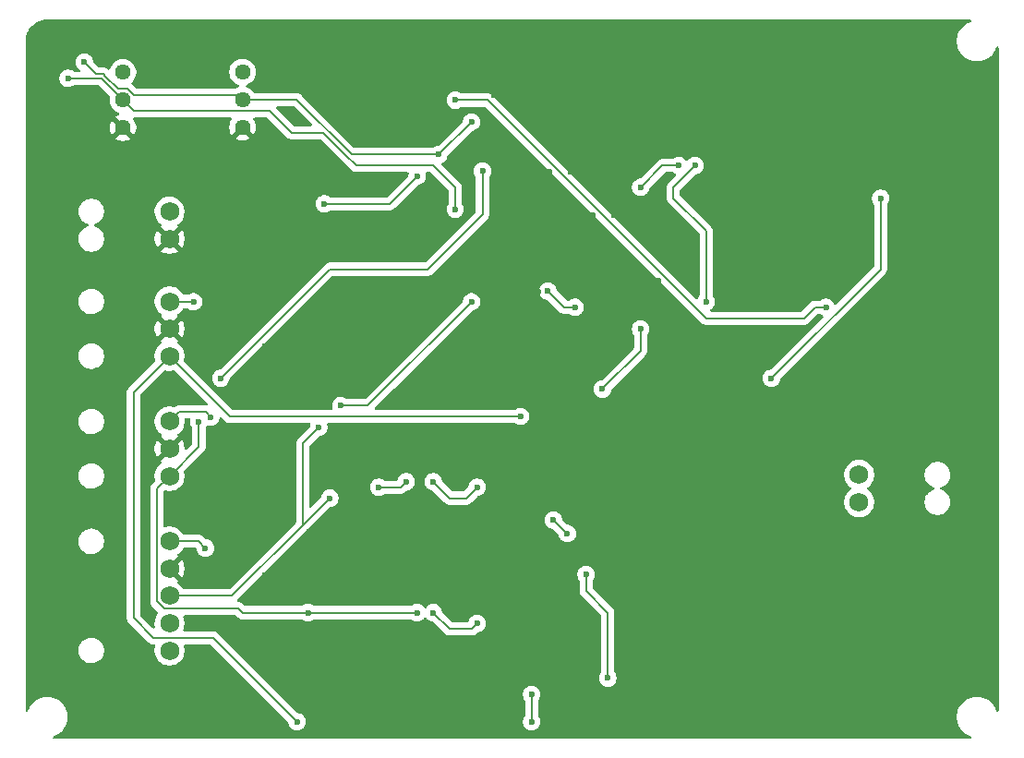
<source format=gbr>
%TF.GenerationSoftware,KiCad,Pcbnew,9.0.0*%
%TF.CreationDate,2025-10-06T07:12:43-05:00*%
%TF.ProjectId,BPSD-2025,42505344-2d32-4303-9235-2e6b69636164,rev?*%
%TF.SameCoordinates,Original*%
%TF.FileFunction,Copper,L2,Bot*%
%TF.FilePolarity,Positive*%
%FSLAX46Y46*%
G04 Gerber Fmt 4.6, Leading zero omitted, Abs format (unit mm)*
G04 Created by KiCad (PCBNEW 9.0.0) date 2025-10-06 07:12:43*
%MOMM*%
%LPD*%
G01*
G04 APERTURE LIST*
%TA.AperFunction,ComponentPad*%
%ADD10C,1.752600*%
%TD*%
%TA.AperFunction,ComponentPad*%
%ADD11C,1.440000*%
%TD*%
%TA.AperFunction,ViaPad*%
%ADD12C,0.600000*%
%TD*%
%TA.AperFunction,Conductor*%
%ADD13C,0.200000*%
%TD*%
G04 APERTURE END LIST*
D10*
%TO.P,J4,1,1*%
%TO.N,unconnected-(J4-Pad1)*%
X112210606Y-124891600D03*
%TO.P,J4,2,2*%
%TO.N,unconnected-(J4-Pad2)*%
X112210606Y-122391600D03*
%TO.P,J4,3,3*%
%TO.N,/ACCUM_V*%
X112210606Y-119891600D03*
%TO.P,J4,4,4*%
%TO.N,GND*%
X112210606Y-117391600D03*
%TO.P,J4,5,5*%
%TO.N,+5V*%
X112210606Y-114891600D03*
%TD*%
D11*
%TO.P,RV7,1,1*%
%TO.N,+5V*%
X118902500Y-71845000D03*
%TO.P,RV7,2,2*%
%TO.N,/THRESH_BSE*%
X118902500Y-74385000D03*
%TO.P,RV7,3,3*%
%TO.N,GND*%
X118902500Y-76925000D03*
%TD*%
D10*
%TO.P,J5,1,1*%
%TO.N,BSPD_OUT*%
X175441895Y-108783400D03*
%TO.P,J5,2,2*%
%TO.N,unconnected-(J5-Pad2)*%
X175441895Y-111283400D03*
%TD*%
%TO.P,J1,1,1*%
%TO.N,/BSE_1*%
X112210606Y-108891600D03*
%TO.P,J1,2,2*%
%TO.N,GND*%
X112210606Y-106391600D03*
%TO.P,J1,3,3*%
%TO.N,+5V*%
X112210606Y-103891600D03*
%TD*%
%TO.P,J3,1,1*%
%TO.N,GND*%
X112210606Y-87141600D03*
%TO.P,J3,2,2*%
%TO.N,+12V*%
X112210606Y-84641600D03*
%TD*%
D11*
%TO.P,RV6,1,1*%
%TO.N,+5V*%
X107932500Y-71875000D03*
%TO.P,RV6,2,2*%
%TO.N,/THRESH_ACCUM*%
X107932500Y-74415000D03*
%TO.P,RV6,3,3*%
%TO.N,GND*%
X107932500Y-76955000D03*
%TD*%
D10*
%TO.P,J2,1,1*%
%TO.N,/BSE_2*%
X112210606Y-97891600D03*
%TO.P,J2,2,2*%
%TO.N,GND*%
X112210606Y-95391600D03*
%TO.P,J2,3,3*%
%TO.N,+5V*%
X112210606Y-92891600D03*
%TD*%
D12*
%TO.N,+5V*%
X114402500Y-92925000D03*
X116000000Y-103500000D03*
X115500000Y-115500000D03*
%TO.N,GND*%
X151000000Y-106000000D03*
X155000000Y-121000000D03*
X131000000Y-126000000D03*
X175000000Y-121000000D03*
X177000000Y-105000000D03*
X107000000Y-130000000D03*
X115000000Y-81000000D03*
X174000000Y-69000000D03*
X148000000Y-69000000D03*
X124000000Y-69000000D03*
X166000000Y-115000000D03*
X187000000Y-117000000D03*
X147000000Y-85000000D03*
X114000000Y-87000000D03*
X127000000Y-101000000D03*
X153000000Y-114000000D03*
X187000000Y-109000000D03*
X144000000Y-128000000D03*
X158000000Y-123000000D03*
X116000000Y-87000000D03*
X143000000Y-126000000D03*
X147000000Y-106000000D03*
X175000000Y-87000000D03*
X179000000Y-125000000D03*
X108000000Y-128000000D03*
X180000000Y-69000000D03*
X183000000Y-81000000D03*
X156000000Y-127000000D03*
X176000000Y-85000000D03*
X104000000Y-112000000D03*
X172000000Y-85000000D03*
X120000000Y-132000000D03*
X168000000Y-73000000D03*
X141000000Y-89000000D03*
X116000000Y-83000000D03*
X185000000Y-85000000D03*
X153000000Y-73000000D03*
X176000000Y-73000000D03*
X118000000Y-124000000D03*
X145000000Y-122000000D03*
X128000000Y-74000000D03*
X182000000Y-87000000D03*
X142000000Y-124000000D03*
X173000000Y-125000000D03*
X143000000Y-94000000D03*
X130000000Y-99000000D03*
X173000000Y-71000000D03*
X106000000Y-128000000D03*
X125000000Y-81000000D03*
X148000000Y-116000000D03*
X171000000Y-83000000D03*
X146000000Y-116000000D03*
X113000000Y-130000000D03*
X160000000Y-100000000D03*
X165000000Y-102000000D03*
X125000000Y-97000000D03*
X143000000Y-85000000D03*
X165000000Y-98000000D03*
X178000000Y-123000000D03*
X101000000Y-126000000D03*
X147000000Y-114000000D03*
X136000000Y-87000000D03*
X153000000Y-98000000D03*
X127000000Y-85000000D03*
X108000000Y-116000000D03*
X126000000Y-128000000D03*
X170000000Y-115000000D03*
X126000000Y-74000000D03*
X128000000Y-87000000D03*
X165000000Y-113000000D03*
X103000000Y-114000000D03*
X112000000Y-132000000D03*
X161000000Y-121000000D03*
X128000000Y-83000000D03*
X165000000Y-83000000D03*
X159000000Y-98000000D03*
X180000000Y-91000000D03*
X183000000Y-129000000D03*
X126000000Y-83000000D03*
X140000000Y-79000000D03*
X170000000Y-123000000D03*
X160000000Y-115000000D03*
X167000000Y-91000000D03*
X173000000Y-87000000D03*
X183000000Y-75000000D03*
X106000000Y-112000000D03*
X156000000Y-131000000D03*
X173000000Y-129000000D03*
X178000000Y-127000000D03*
X108000000Y-104000000D03*
X149000000Y-81000000D03*
X159000000Y-129000000D03*
X121000000Y-101000000D03*
X169000000Y-75000000D03*
X161000000Y-102000000D03*
X182000000Y-131000000D03*
X118000000Y-132000000D03*
X125000000Y-126000000D03*
X167000000Y-125000000D03*
X150000000Y-112000000D03*
X180000000Y-123000000D03*
X122000000Y-99000000D03*
X111000000Y-73000000D03*
X185000000Y-109000000D03*
X179000000Y-75000000D03*
X123000000Y-101000000D03*
X128000000Y-124000000D03*
X126000000Y-79000000D03*
X111000000Y-69000000D03*
X148000000Y-75000000D03*
X128000000Y-69000000D03*
X109000000Y-126000000D03*
X177000000Y-129000000D03*
X145000000Y-114000000D03*
X137000000Y-85000000D03*
X109000000Y-130000000D03*
X162000000Y-123000000D03*
X122000000Y-91000000D03*
X141000000Y-114000000D03*
X138000000Y-128000000D03*
X170000000Y-93000000D03*
X174000000Y-85000000D03*
X126000000Y-87000000D03*
X115000000Y-89000000D03*
X121000000Y-118000000D03*
X186000000Y-127000000D03*
X114000000Y-132000000D03*
X183000000Y-125000000D03*
X126000000Y-124000000D03*
X181000000Y-129000000D03*
X101000000Y-118000000D03*
X169000000Y-87000000D03*
X186000000Y-87000000D03*
X127000000Y-114000000D03*
X158000000Y-119000000D03*
X117000000Y-110000000D03*
X126000000Y-69000000D03*
X159000000Y-77000000D03*
X163000000Y-87000000D03*
X146000000Y-108000000D03*
X177000000Y-101000000D03*
X170000000Y-69000000D03*
X175000000Y-75000000D03*
X171000000Y-129000000D03*
X155000000Y-114000000D03*
X161000000Y-106000000D03*
X104000000Y-100000000D03*
X184000000Y-73000000D03*
X182000000Y-119000000D03*
X128000000Y-128000000D03*
X165000000Y-125000000D03*
X118000000Y-83000000D03*
X165000000Y-91000000D03*
X182000000Y-69000000D03*
X132000000Y-112000000D03*
X165000000Y-106000000D03*
X181000000Y-89000000D03*
X146000000Y-92000000D03*
X174000000Y-95000000D03*
X187000000Y-125000000D03*
X101000000Y-98000000D03*
X137000000Y-77000000D03*
X129000000Y-97000000D03*
X187000000Y-93000000D03*
X152000000Y-92000000D03*
X167000000Y-106000000D03*
X170000000Y-119000000D03*
X159000000Y-121000000D03*
X116000000Y-128000000D03*
X181000000Y-125000000D03*
X145000000Y-118000000D03*
X181000000Y-75000000D03*
X125000000Y-118000000D03*
X154000000Y-83000000D03*
X187000000Y-85000000D03*
X117000000Y-126000000D03*
X178000000Y-91000000D03*
X184000000Y-83000000D03*
X102000000Y-124000000D03*
X154000000Y-96000000D03*
X173000000Y-75000000D03*
X176000000Y-123000000D03*
X146000000Y-87000000D03*
X157000000Y-73000000D03*
X166000000Y-77000000D03*
X150000000Y-69000000D03*
X147000000Y-118000000D03*
X144000000Y-69000000D03*
X128000000Y-116000000D03*
X120000000Y-124000000D03*
X103000000Y-98000000D03*
X123000000Y-106000000D03*
X159000000Y-117000000D03*
X162000000Y-96000000D03*
X152000000Y-69000000D03*
X156000000Y-119000000D03*
X187000000Y-89000000D03*
X131000000Y-85000000D03*
X186000000Y-77000000D03*
X103000000Y-90000000D03*
X165000000Y-71000000D03*
X172000000Y-89000000D03*
X160000000Y-123000000D03*
X173000000Y-91000000D03*
X152000000Y-83000000D03*
X157000000Y-129000000D03*
X127000000Y-130000000D03*
X102000000Y-128000000D03*
X180000000Y-119000000D03*
X163000000Y-91000000D03*
X159000000Y-106000000D03*
X101000000Y-114000000D03*
X179000000Y-109000000D03*
X185000000Y-81000000D03*
X166000000Y-89000000D03*
X174000000Y-73000000D03*
X174000000Y-89000000D03*
X140000000Y-69000000D03*
X142000000Y-128000000D03*
X114000000Y-95000000D03*
X123000000Y-118000000D03*
X177000000Y-125000000D03*
X177000000Y-97000000D03*
X158000000Y-104000000D03*
X107000000Y-94000000D03*
X103000000Y-126000000D03*
X108000000Y-96000000D03*
X171000000Y-117000000D03*
X154000000Y-75000000D03*
X178000000Y-119000000D03*
X103000000Y-81000000D03*
X145000000Y-98000000D03*
X166000000Y-73000000D03*
X141000000Y-102000000D03*
X162000000Y-69000000D03*
X132000000Y-124000000D03*
X114000000Y-79000000D03*
X103000000Y-118000000D03*
X140000000Y-100000000D03*
X154000000Y-92000000D03*
X186000000Y-107000000D03*
X182000000Y-99000000D03*
X110000000Y-132000000D03*
X149000000Y-85000000D03*
X179000000Y-129000000D03*
X127000000Y-71000000D03*
X144000000Y-120000000D03*
X152000000Y-108000000D03*
X110000000Y-83000000D03*
X101000000Y-85000000D03*
X156000000Y-79000000D03*
X102000000Y-92000000D03*
X111000000Y-81000000D03*
X142000000Y-112000000D03*
X116000000Y-91000000D03*
X125000000Y-114000000D03*
X176000000Y-127000000D03*
X152000000Y-131000000D03*
X187000000Y-97000000D03*
X124000000Y-91000000D03*
X167000000Y-117000000D03*
X172000000Y-77000000D03*
X111000000Y-77000000D03*
X143000000Y-87000000D03*
X181000000Y-109000000D03*
X103000000Y-122000000D03*
X177000000Y-79000000D03*
X165000000Y-121000000D03*
X179000000Y-79000000D03*
X102000000Y-112000000D03*
X178000000Y-115000000D03*
X172000000Y-107000000D03*
X175000000Y-105000000D03*
X141000000Y-94000000D03*
X108000000Y-120000000D03*
X113000000Y-73000000D03*
X147000000Y-73000000D03*
X179000000Y-71000000D03*
X125000000Y-71000000D03*
X171000000Y-113000000D03*
X158000000Y-69000000D03*
X182000000Y-73000000D03*
X105000000Y-102000000D03*
X162000000Y-131000000D03*
X174000000Y-115000000D03*
X160000000Y-119000000D03*
X164000000Y-89000000D03*
X184000000Y-99000000D03*
X101000000Y-122000000D03*
X148000000Y-124000000D03*
X175000000Y-71000000D03*
X102000000Y-120000000D03*
X104000000Y-83000000D03*
X145000000Y-126000000D03*
X176000000Y-131000000D03*
X120000000Y-108000000D03*
X124000000Y-124000000D03*
X140000000Y-112000000D03*
X169000000Y-125000000D03*
X120000000Y-95000000D03*
X155000000Y-73000000D03*
X183000000Y-93000000D03*
X183000000Y-71000000D03*
X146000000Y-100000000D03*
X108000000Y-124000000D03*
X149000000Y-126000000D03*
X131000000Y-114000000D03*
X115000000Y-126000000D03*
X151000000Y-114000000D03*
X116000000Y-95000000D03*
X155000000Y-125000000D03*
X143000000Y-114000000D03*
X158000000Y-100000000D03*
X163000000Y-125000000D03*
X120000000Y-112000000D03*
X102000000Y-116000000D03*
X133000000Y-126000000D03*
X183000000Y-117000000D03*
X166000000Y-127000000D03*
X170000000Y-89000000D03*
X102000000Y-83000000D03*
X124000000Y-76000000D03*
X121000000Y-130000000D03*
X175000000Y-97000000D03*
X122000000Y-124000000D03*
X122000000Y-112000000D03*
X158000000Y-131000000D03*
X140000000Y-124000000D03*
X169000000Y-79000000D03*
X184000000Y-95000000D03*
X108000000Y-90000000D03*
X115000000Y-69000000D03*
X129000000Y-93000000D03*
X179000000Y-113000000D03*
X185000000Y-129000000D03*
X101000000Y-110000000D03*
X158000000Y-75000000D03*
X183000000Y-85000000D03*
X184000000Y-123000000D03*
X128000000Y-95000000D03*
X181000000Y-121000000D03*
X180000000Y-115000000D03*
X175000000Y-101000000D03*
X184000000Y-87000000D03*
X119000000Y-81000000D03*
X162000000Y-115000000D03*
X150000000Y-108000000D03*
X138000000Y-69000000D03*
X167000000Y-75000000D03*
X180000000Y-73000000D03*
X146000000Y-124000000D03*
X185000000Y-121000000D03*
X156000000Y-75000000D03*
X139000000Y-89000000D03*
X106000000Y-96000000D03*
X121000000Y-126000000D03*
X148000000Y-108000000D03*
X105000000Y-118000000D03*
X153000000Y-106000000D03*
X182000000Y-77000000D03*
X155000000Y-94000000D03*
X148000000Y-100000000D03*
X108000000Y-108000000D03*
X186000000Y-73000000D03*
X129000000Y-110000000D03*
X121000000Y-81000000D03*
X127000000Y-97000000D03*
X141000000Y-126000000D03*
X143000000Y-110000000D03*
X121000000Y-106000000D03*
X181000000Y-117000000D03*
X110000000Y-128000000D03*
X146400000Y-129400000D03*
X181000000Y-105000000D03*
X164000000Y-111000000D03*
X167000000Y-129000000D03*
X179000000Y-121000000D03*
X154000000Y-123000000D03*
X107000000Y-126000000D03*
X145000000Y-106000000D03*
X107000000Y-110000000D03*
X186000000Y-115000000D03*
X168000000Y-123000000D03*
X173000000Y-97000000D03*
X187000000Y-81000000D03*
X108000000Y-100000000D03*
X108000000Y-132000000D03*
X102000000Y-108000000D03*
X129000000Y-114000000D03*
X121000000Y-89000000D03*
X162000000Y-119000000D03*
X121000000Y-110000000D03*
X151000000Y-81000000D03*
X130000000Y-112000000D03*
X164000000Y-104000000D03*
X175000000Y-91000000D03*
X157000000Y-91000000D03*
X175000000Y-117000000D03*
X146000000Y-75000000D03*
X158000000Y-79000000D03*
X166000000Y-108000000D03*
X178000000Y-131000000D03*
X166000000Y-85000000D03*
X159000000Y-73000000D03*
X130000000Y-124000000D03*
X173000000Y-105000000D03*
X140000000Y-128000000D03*
X174000000Y-99000000D03*
X115000000Y-97000000D03*
X139000000Y-122000000D03*
X149000000Y-110000000D03*
X163000000Y-71000000D03*
X173000000Y-101000000D03*
X144000000Y-92000000D03*
X167000000Y-71000000D03*
X177000000Y-117000000D03*
X148000000Y-112000000D03*
X138000000Y-116000000D03*
X139000000Y-81000000D03*
X166000000Y-119000000D03*
X181000000Y-79000000D03*
X153000000Y-81000000D03*
X163000000Y-102000000D03*
X168000000Y-89000000D03*
X175000000Y-125000000D03*
X124000000Y-116000000D03*
X167000000Y-83000000D03*
X138000000Y-98000000D03*
X182000000Y-115000000D03*
X124000000Y-99000000D03*
X127000000Y-76000000D03*
X130000000Y-128000000D03*
X171000000Y-87000000D03*
X182000000Y-127000000D03*
X127000000Y-81000000D03*
X161000000Y-125000000D03*
X161000000Y-117000000D03*
X117000000Y-130000000D03*
X115000000Y-110000000D03*
X129000000Y-126000000D03*
X124000000Y-87000000D03*
X180000000Y-131000000D03*
X155000000Y-90000000D03*
X167000000Y-121000000D03*
X144000000Y-74000000D03*
X166000000Y-100000000D03*
X172000000Y-69000000D03*
X132000000Y-128000000D03*
X166000000Y-96000000D03*
X163000000Y-98000000D03*
X147000000Y-94000000D03*
X185000000Y-125000000D03*
X175000000Y-79000000D03*
X127000000Y-118000000D03*
X176000000Y-69000000D03*
X118000000Y-128000000D03*
X187000000Y-75000000D03*
X124000000Y-95000000D03*
X117000000Y-97000000D03*
X122000000Y-83000000D03*
X143000000Y-81000000D03*
X103000000Y-85000000D03*
X104000000Y-120000000D03*
X113000000Y-77000000D03*
X171000000Y-121000000D03*
X101000000Y-94000000D03*
X124000000Y-128000000D03*
X187000000Y-121000000D03*
X135000000Y-85000000D03*
X154000000Y-131000000D03*
X169000000Y-121000000D03*
X157000000Y-121000000D03*
X176000000Y-89000000D03*
X186000000Y-83000000D03*
X150000000Y-87000000D03*
X179000000Y-105000000D03*
X164000000Y-100000000D03*
X139000000Y-126000000D03*
X165000000Y-117000000D03*
X187000000Y-105000000D03*
X105000000Y-122000000D03*
X106000000Y-100000000D03*
X115000000Y-77000000D03*
X112000000Y-79000000D03*
X169000000Y-113000000D03*
X163000000Y-121000000D03*
X183000000Y-105000000D03*
X174000000Y-77000000D03*
X140000000Y-116000000D03*
X125000000Y-130000000D03*
X165000000Y-87000000D03*
X125000000Y-101000000D03*
X168000000Y-85000000D03*
X172000000Y-99000000D03*
X168000000Y-127000000D03*
X165000000Y-129000000D03*
X128000000Y-99000000D03*
X171000000Y-91000000D03*
X168000000Y-77000000D03*
X157000000Y-125000000D03*
X101000000Y-81000000D03*
X127000000Y-126000000D03*
X176000000Y-115000000D03*
X160000000Y-131000000D03*
X186000000Y-91000000D03*
X172000000Y-131000000D03*
X144000000Y-102000000D03*
X164000000Y-115000000D03*
X181000000Y-113000000D03*
X139000000Y-72000000D03*
X186000000Y-111000000D03*
X141000000Y-72000000D03*
X158000000Y-112000000D03*
X177000000Y-121000000D03*
X184000000Y-77000000D03*
X145000000Y-94000000D03*
X151000000Y-110000000D03*
X137000000Y-72000000D03*
X185000000Y-79000000D03*
X146000000Y-120000000D03*
X185000000Y-117000000D03*
X176000000Y-95000000D03*
X169000000Y-83000000D03*
X168000000Y-108000000D03*
X112000000Y-128000000D03*
X178000000Y-73000000D03*
X186000000Y-123000000D03*
X103000000Y-102000000D03*
X164000000Y-127000000D03*
X166000000Y-131000000D03*
X163000000Y-106000000D03*
X115000000Y-130000000D03*
X118000000Y-112000000D03*
X182000000Y-95000000D03*
X107000000Y-122000000D03*
X171000000Y-75000000D03*
X149000000Y-73000000D03*
X121000000Y-114000000D03*
X112000000Y-71000000D03*
X170000000Y-111000000D03*
X122000000Y-108000000D03*
X149000000Y-118000000D03*
X150000000Y-131000000D03*
X119000000Y-110000000D03*
X175000000Y-129000000D03*
X144000000Y-112000000D03*
X147000000Y-98000000D03*
X144000000Y-116000000D03*
X129000000Y-101000000D03*
X164000000Y-69000000D03*
X157000000Y-83000000D03*
X161000000Y-113000000D03*
X104000000Y-132000000D03*
X155000000Y-106000000D03*
X168000000Y-115000000D03*
X149000000Y-106000000D03*
X141000000Y-98000000D03*
X170000000Y-131000000D03*
X186000000Y-95000000D03*
X106000000Y-120000000D03*
X183000000Y-79000000D03*
X102000000Y-87000000D03*
X177000000Y-75000000D03*
X114000000Y-83000000D03*
X152000000Y-75000000D03*
X134000000Y-128000000D03*
X155000000Y-129000000D03*
X125000000Y-89000000D03*
X153000000Y-129000000D03*
X120000000Y-99000000D03*
X122000000Y-120000000D03*
X116000000Y-132000000D03*
X183000000Y-121000000D03*
X161000000Y-98000000D03*
X162000000Y-100000000D03*
X123000000Y-126000000D03*
X148000000Y-87000000D03*
X172000000Y-73000000D03*
X170000000Y-127000000D03*
X174000000Y-123000000D03*
X173000000Y-113000000D03*
X105000000Y-130000000D03*
X119000000Y-101000000D03*
X148000000Y-83000000D03*
X183000000Y-97000000D03*
X101000000Y-102000000D03*
X178000000Y-77000000D03*
X123000000Y-89000000D03*
X160000000Y-104000000D03*
X184000000Y-131000000D03*
X142000000Y-116000000D03*
X160000000Y-96000000D03*
X171000000Y-105000000D03*
X130000000Y-87000000D03*
X169000000Y-129000000D03*
X103000000Y-110000000D03*
X153000000Y-77000000D03*
X147000000Y-110000000D03*
X179000000Y-117000000D03*
X117000000Y-89000000D03*
X151000000Y-94000000D03*
X181000000Y-71000000D03*
X154000000Y-127000000D03*
X142000000Y-100000000D03*
X156000000Y-123000000D03*
X144000000Y-96000000D03*
X182000000Y-91000000D03*
X105000000Y-90000000D03*
X105000000Y-106000000D03*
X138000000Y-100000000D03*
X183000000Y-89000000D03*
X119000000Y-89000000D03*
X172000000Y-115000000D03*
X157000000Y-77000000D03*
X153000000Y-90000000D03*
X171000000Y-109000000D03*
X177000000Y-71000000D03*
X184000000Y-119000000D03*
X154000000Y-79000000D03*
X182000000Y-123000000D03*
X132000000Y-116000000D03*
X113000000Y-81000000D03*
X122000000Y-128000000D03*
X133000000Y-114000000D03*
X124000000Y-120000000D03*
X184000000Y-91000000D03*
X102000000Y-96000000D03*
X139000000Y-102000000D03*
X106000000Y-132000000D03*
X123000000Y-97000000D03*
X116000000Y-108000000D03*
X164000000Y-108000000D03*
X174000000Y-119000000D03*
X156000000Y-69000000D03*
X142000000Y-74000000D03*
X172000000Y-119000000D03*
X163000000Y-117000000D03*
X158000000Y-108000000D03*
X148000000Y-120000000D03*
X160000000Y-127000000D03*
X153000000Y-85000000D03*
X154000000Y-108000000D03*
X104000000Y-96000000D03*
X170000000Y-77000000D03*
X176000000Y-119000000D03*
X166000000Y-69000000D03*
X170000000Y-85000000D03*
X167000000Y-79000000D03*
X114000000Y-112000000D03*
X147000000Y-81000000D03*
X139000000Y-114000000D03*
X129000000Y-85000000D03*
X161000000Y-83000000D03*
X122000000Y-87000000D03*
X169000000Y-91000000D03*
X103000000Y-94000000D03*
X173000000Y-121000000D03*
X164000000Y-119000000D03*
X150000000Y-75000000D03*
X168000000Y-119000000D03*
X168000000Y-131000000D03*
X161000000Y-129000000D03*
X113000000Y-69000000D03*
X186000000Y-99000000D03*
X109000000Y-87000000D03*
X107000000Y-98000000D03*
X139000000Y-96000000D03*
X145000000Y-81000000D03*
X180000000Y-111000000D03*
X180000000Y-77000000D03*
X178000000Y-111000000D03*
X166000000Y-104000000D03*
X101000000Y-106000000D03*
X185000000Y-75000000D03*
X172000000Y-123000000D03*
X163000000Y-129000000D03*
X163000000Y-77000000D03*
X179000000Y-85000000D03*
X176000000Y-99000000D03*
X107000000Y-118000000D03*
X163000000Y-113000000D03*
X180000000Y-87000000D03*
X178000000Y-69000000D03*
X174000000Y-127000000D03*
X111000000Y-130000000D03*
X114000000Y-128000000D03*
X140000000Y-91000000D03*
X142000000Y-69000000D03*
X184000000Y-127000000D03*
X158000000Y-85000000D03*
X164000000Y-131000000D03*
X166000000Y-123000000D03*
X158000000Y-127000000D03*
X177000000Y-113000000D03*
X116000000Y-112000000D03*
X105000000Y-81000000D03*
X129000000Y-76000000D03*
X184000000Y-115000000D03*
X159000000Y-102000000D03*
X175000000Y-113000000D03*
X107000000Y-106000000D03*
X185000000Y-71000000D03*
X102000000Y-104000000D03*
X177000000Y-93000000D03*
X179000000Y-93000000D03*
X103000000Y-106000000D03*
X146000000Y-69000000D03*
X128000000Y-112000000D03*
X160000000Y-69000000D03*
X104000000Y-128000000D03*
X162000000Y-104000000D03*
X174000000Y-131000000D03*
X108000000Y-85000000D03*
X171000000Y-125000000D03*
X180000000Y-127000000D03*
X109000000Y-92000000D03*
X116000000Y-99000000D03*
X164000000Y-96000000D03*
X152000000Y-96000000D03*
X167000000Y-87000000D03*
X172000000Y-111000000D03*
X169000000Y-117000000D03*
X154000000Y-69000000D03*
X187000000Y-113000000D03*
X138000000Y-91000000D03*
X185000000Y-93000000D03*
X124000000Y-79000000D03*
X153000000Y-94000000D03*
X109000000Y-81000000D03*
X171000000Y-79000000D03*
X161000000Y-77000000D03*
X173000000Y-117000000D03*
X130000000Y-116000000D03*
X181000000Y-93000000D03*
X102000000Y-100000000D03*
X168000000Y-69000000D03*
X101000000Y-90000000D03*
X160000000Y-75000000D03*
X162000000Y-127000000D03*
X173000000Y-79000000D03*
X115000000Y-73000000D03*
X108000000Y-112000000D03*
X171000000Y-71000000D03*
X119000000Y-130000000D03*
X164000000Y-123000000D03*
X155000000Y-77000000D03*
X126000000Y-116000000D03*
X151000000Y-73000000D03*
X169000000Y-71000000D03*
X152000000Y-87000000D03*
X151000000Y-85000000D03*
X187000000Y-79000000D03*
X185000000Y-97000000D03*
X172000000Y-127000000D03*
X117000000Y-81000000D03*
X186000000Y-119000000D03*
X124000000Y-83000000D03*
X107000000Y-114000000D03*
X110000000Y-90000000D03*
X126000000Y-99000000D03*
X123000000Y-81000000D03*
X118000000Y-91000000D03*
X120000000Y-120000000D03*
X126000000Y-95000000D03*
X107000000Y-102000000D03*
X121000000Y-97000000D03*
X120000000Y-83000000D03*
X117000000Y-101000000D03*
X120000000Y-91000000D03*
X114000000Y-71000000D03*
X184000000Y-113000000D03*
X185000000Y-89000000D03*
X176000000Y-77000000D03*
X148000000Y-131000000D03*
X159000000Y-125000000D03*
X127000000Y-89000000D03*
X170000000Y-73000000D03*
%TO.N,+12V*%
X134902500Y-81425000D03*
X172402500Y-93425000D03*
X126402500Y-83925000D03*
X138402500Y-74425000D03*
%TO.N,Net-(C11-Pad1)*%
X167402500Y-99925000D03*
X177402500Y-83425000D03*
%TO.N,/BSE_1*%
X116902500Y-99925000D03*
X114902500Y-103925000D03*
X134902500Y-121425000D03*
X124902500Y-121425000D03*
X140902500Y-80925000D03*
%TO.N,/BSE_2*%
X144402500Y-103425000D03*
X123902500Y-131425000D03*
%TO.N,Net-(R11-Pad1)*%
X155402500Y-82425000D03*
X146902500Y-91925000D03*
X158902500Y-80425000D03*
X149402500Y-93425000D03*
%TO.N,Net-(R13-Pad1)*%
X151902500Y-100925000D03*
X155402500Y-95425000D03*
%TO.N,/ACCUM_V*%
X126902500Y-110925000D03*
X139902500Y-92925000D03*
X131402500Y-109925000D03*
X127902500Y-102425000D03*
X133902500Y-109425000D03*
X125902500Y-104425000D03*
%TO.N,Net-(R15-Pad1)*%
X140402500Y-109925000D03*
X136402500Y-109425000D03*
X148691000Y-114175000D03*
X147402500Y-112925000D03*
%TO.N,Net-(R21-Pad1)*%
X136402500Y-121425000D03*
X140402500Y-122425000D03*
%TO.N,Net-(R24-Pad1)*%
X145402500Y-131425000D03*
X145402500Y-128925000D03*
X145402500Y-131425000D03*
%TO.N,/THRESH_ACCUM*%
X102902500Y-72425000D03*
X138402500Y-84425000D03*
%TO.N,/THRESH_BSE*%
X139902500Y-76425000D03*
X136902500Y-79425000D03*
X104402500Y-70925000D03*
%TO.N,Net-(U7-Pad4)*%
X152402500Y-127425000D03*
X150402500Y-117925000D03*
%TO.N,Net-(U11-Pad2)*%
X161402500Y-92925000D03*
X160402500Y-80425000D03*
%TD*%
D13*
%TO.N,+5V*%
X115515300Y-103015300D02*
X116000000Y-103500000D01*
X114891600Y-114891600D02*
X115500000Y-115500000D01*
X112210606Y-92891600D02*
X114369100Y-92891600D01*
X112210606Y-114891600D02*
X114891600Y-114891600D01*
X113086906Y-103015300D02*
X115515300Y-103015300D01*
X112210606Y-103891600D02*
X113086906Y-103015300D01*
X114402500Y-92925000D02*
X114369100Y-92891600D01*
%TO.N,GND*%
X146400000Y-129400000D02*
X148000000Y-131000000D01*
%TO.N,+12V*%
X126402500Y-83925000D02*
X132402500Y-83925000D01*
X161402500Y-94425000D02*
X170402500Y-94425000D01*
X170402500Y-94425000D02*
X171402500Y-93425000D01*
X132402500Y-83925000D02*
X134902500Y-81425000D01*
X171402500Y-93425000D02*
X172402500Y-93425000D01*
X138402500Y-74425000D02*
X141402500Y-74425000D01*
X141402500Y-74425000D02*
X161402500Y-94425000D01*
%TO.N,Net-(C11-Pad1)*%
X167402500Y-99925000D02*
X177402500Y-89925000D01*
X177402500Y-83925000D02*
X177402500Y-83425000D01*
X177402500Y-89925000D02*
X177402500Y-83925000D01*
%TO.N,/BSE_1*%
X112210606Y-108891600D02*
X111033306Y-110068900D01*
X135902500Y-89925000D02*
X140902500Y-84925000D01*
X140902500Y-84925000D02*
X140902500Y-80925000D01*
X116902500Y-99925000D02*
X126902500Y-89925000D01*
X111033306Y-120379254D02*
X111722952Y-121068900D01*
X118546400Y-121068900D02*
X118902500Y-121425000D01*
X118902500Y-121425000D02*
X124744006Y-121425000D01*
X126902500Y-89925000D02*
X135902500Y-89925000D01*
X134902500Y-121425000D02*
X124902500Y-121425000D01*
X124902500Y-121425000D02*
X124744006Y-121425000D01*
X111033306Y-110068900D02*
X111033306Y-120379254D01*
X112210606Y-108891600D02*
X114902500Y-106199706D01*
X114902500Y-106199706D02*
X114902500Y-103925000D01*
X111722952Y-121068900D02*
X118546400Y-121068900D01*
%TO.N,/BSE_2*%
X117744006Y-103425000D02*
X142402500Y-103425000D01*
X112210606Y-97891600D02*
X108902500Y-101199706D01*
X116191800Y-123714300D02*
X123902500Y-131425000D01*
X108902500Y-101199706D02*
X108902500Y-121925000D01*
X112210606Y-97891600D02*
X117744006Y-103425000D01*
X108902500Y-121925000D02*
X110691800Y-123714300D01*
X110691800Y-123714300D02*
X116191800Y-123714300D01*
X142402500Y-103425000D02*
X144402500Y-103425000D01*
%TO.N,Net-(R11-Pad1)*%
X157902500Y-80425000D02*
X158902500Y-80425000D01*
X157402500Y-80425000D02*
X157902500Y-80425000D01*
X155402500Y-82425000D02*
X157402500Y-80425000D01*
X148402500Y-93425000D02*
X149402500Y-93425000D01*
X146902500Y-91925000D02*
X148402500Y-93425000D01*
%TO.N,Net-(R13-Pad1)*%
X155402500Y-97425000D02*
X155402500Y-95425000D01*
X151902500Y-100925000D02*
X155402500Y-97425000D01*
%TO.N,/ACCUM_V*%
X112210606Y-119891600D02*
X117935900Y-119891600D01*
X117935900Y-119891600D02*
X124402500Y-113425000D01*
X124402500Y-113425000D02*
X126902500Y-110925000D01*
X131402500Y-109925000D02*
X133402500Y-109925000D01*
X127902500Y-102425000D02*
X130402500Y-102425000D01*
X130402500Y-102425000D02*
X139902500Y-92925000D01*
X124402500Y-105925000D02*
X125402500Y-104925000D01*
X124402500Y-113425000D02*
X124402500Y-105925000D01*
X133402500Y-109925000D02*
X133902500Y-109425000D01*
X125402500Y-104925000D02*
X125902500Y-104425000D01*
%TO.N,Net-(R15-Pad1)*%
X139402500Y-110925000D02*
X140402500Y-109925000D01*
X147402500Y-112925000D02*
X148652500Y-114175000D01*
X148652500Y-114175000D02*
X148691000Y-114175000D01*
X137902500Y-110925000D02*
X139402500Y-110925000D01*
X136402500Y-109425000D02*
X137902500Y-110925000D01*
%TO.N,Net-(R21-Pad1)*%
X136402500Y-121425000D02*
X137902500Y-122925000D01*
X137902500Y-122925000D02*
X139902500Y-122925000D01*
X139902500Y-122925000D02*
X140402500Y-122425000D01*
%TO.N,Net-(R24-Pad1)*%
X145402500Y-131425000D02*
X145402500Y-128925000D01*
%TO.N,/THRESH_ACCUM*%
X121402500Y-75425000D02*
X123402500Y-77425000D01*
X126335400Y-77425000D02*
X128368950Y-79458550D01*
X138402500Y-82425000D02*
X138402500Y-84425000D01*
X131902500Y-80425000D02*
X136402500Y-80425000D01*
X105942500Y-72425000D02*
X107932500Y-74415000D01*
X102902500Y-72425000D02*
X105942500Y-72425000D01*
X123402500Y-77425000D02*
X126335400Y-77425000D01*
X128368950Y-79458550D02*
X129335400Y-80425000D01*
X108942500Y-75425000D02*
X121402500Y-75425000D01*
X107932500Y-74415000D02*
X108942500Y-75425000D01*
X129335400Y-80425000D02*
X131902500Y-80425000D01*
X136402500Y-80425000D02*
X138402500Y-82425000D01*
%TO.N,/THRESH_BSE*%
X106108600Y-72024000D02*
X106343500Y-72258900D01*
X123862500Y-74385000D02*
X118902500Y-74385000D01*
X105776400Y-72024000D02*
X106108600Y-72024000D01*
X118517500Y-74000000D02*
X118902500Y-74385000D01*
X107494094Y-73409494D02*
X107509587Y-73394000D01*
X108953500Y-73992087D02*
X108953500Y-74000000D01*
X139902500Y-76425000D02*
X136902500Y-79425000D01*
X108355413Y-73394000D02*
X108953500Y-73992087D01*
X104402500Y-70925000D02*
X105501500Y-72024000D01*
X128902500Y-79425000D02*
X123862500Y-74385000D01*
X107509587Y-73394000D02*
X108355413Y-73394000D01*
X106343500Y-72258900D02*
X107494094Y-73409494D01*
X108953500Y-74000000D02*
X118517500Y-74000000D01*
X136902500Y-79425000D02*
X128902500Y-79425000D01*
X105501500Y-72024000D02*
X105776400Y-72024000D01*
%TO.N,Net-(U7-Pad4)*%
X150402500Y-119425000D02*
X152402500Y-121425000D01*
X150402500Y-117925000D02*
X150402500Y-119425000D01*
X152402500Y-121425000D02*
X152402500Y-127425000D01*
%TO.N,Net-(U11-Pad2)*%
X161402500Y-86425000D02*
X158402500Y-83425000D01*
X161402500Y-92925000D02*
X161402500Y-86425000D01*
X158402500Y-83425000D02*
X158402500Y-82425000D01*
X158402500Y-82425000D02*
X160402500Y-80425000D01*
%TD*%
%TA.AperFunction,Conductor*%
%TO.N,GND*%
G36*
X111831209Y-99215978D02*
G01*
X111855634Y-99223915D01*
X111888204Y-99234498D01*
X111962270Y-99246229D01*
X112102250Y-99268400D01*
X112102251Y-99268400D01*
X112318961Y-99268400D01*
X112318962Y-99268400D01*
X112533007Y-99234498D01*
X112590002Y-99215978D01*
X112659842Y-99213984D01*
X112716000Y-99246229D01*
X115672889Y-102203118D01*
X115683500Y-102222551D01*
X115698002Y-102239287D01*
X115699919Y-102252619D01*
X115706374Y-102264441D01*
X115704794Y-102286527D01*
X115707946Y-102308445D01*
X115702350Y-102320696D01*
X115701390Y-102334133D01*
X115688118Y-102351861D01*
X115678921Y-102372001D01*
X115667590Y-102379283D01*
X115659518Y-102390066D01*
X115638772Y-102397803D01*
X115620144Y-102409776D01*
X115598223Y-102412927D01*
X115594054Y-102414483D01*
X115585209Y-102414798D01*
X115585209Y-102414799D01*
X115436243Y-102414799D01*
X115436239Y-102414799D01*
X115428632Y-102414800D01*
X113007846Y-102414800D01*
X112966925Y-102425764D01*
X112966925Y-102425765D01*
X112929657Y-102435751D01*
X112855120Y-102455723D01*
X112855115Y-102455726D01*
X112718190Y-102534778D01*
X112715994Y-102536975D01*
X112713685Y-102538235D01*
X112711740Y-102539728D01*
X112711507Y-102539424D01*
X112654668Y-102570456D01*
X112590001Y-102567219D01*
X112533010Y-102548702D01*
X112372473Y-102523275D01*
X112318962Y-102514800D01*
X112102250Y-102514800D01*
X112030901Y-102526100D01*
X111888203Y-102548702D01*
X111888200Y-102548702D01*
X111682100Y-102615668D01*
X111489005Y-102714055D01*
X111313678Y-102841438D01*
X111160444Y-102994672D01*
X111033061Y-103169999D01*
X110934674Y-103363094D01*
X110867708Y-103569194D01*
X110867708Y-103569197D01*
X110841685Y-103733497D01*
X110833806Y-103783244D01*
X110833806Y-103999956D01*
X110849333Y-104097989D01*
X110867708Y-104214002D01*
X110867708Y-104214005D01*
X110934674Y-104420105D01*
X110977811Y-104504765D01*
X111033061Y-104613200D01*
X111160442Y-104788525D01*
X111313681Y-104941764D01*
X111449171Y-105040203D01*
X111451080Y-105041590D01*
X111493745Y-105096920D01*
X111499724Y-105166533D01*
X111467118Y-105228328D01*
X111451079Y-105242226D01*
X111430059Y-105257497D01*
X111430059Y-105257499D01*
X111984318Y-105811758D01*
X111915836Y-105840125D01*
X111813913Y-105908228D01*
X111727234Y-105994907D01*
X111659131Y-106096830D01*
X111630764Y-106165312D01*
X111076505Y-105611053D01*
X111076504Y-105611053D01*
X111033490Y-105670259D01*
X110935140Y-105863279D01*
X110868194Y-106069315D01*
X110834306Y-106283277D01*
X110834306Y-106499922D01*
X110868194Y-106713884D01*
X110935140Y-106919920D01*
X111033491Y-107112942D01*
X111076504Y-107172145D01*
X111076505Y-107172145D01*
X111630764Y-106617886D01*
X111659131Y-106686370D01*
X111727234Y-106788293D01*
X111813913Y-106874972D01*
X111915836Y-106943075D01*
X111984317Y-106971440D01*
X111430058Y-107525699D01*
X111430059Y-107525701D01*
X111451079Y-107540973D01*
X111493745Y-107596303D01*
X111499724Y-107665916D01*
X111467118Y-107727711D01*
X111451080Y-107741609D01*
X111313679Y-107841437D01*
X111160444Y-107994672D01*
X111033061Y-108169999D01*
X110934674Y-108363094D01*
X110867708Y-108569194D01*
X110867708Y-108569197D01*
X110833806Y-108783244D01*
X110833806Y-108999955D01*
X110867707Y-109214001D01*
X110886226Y-109270994D01*
X110888221Y-109340835D01*
X110855976Y-109396993D01*
X110667920Y-109585049D01*
X110667913Y-109585056D01*
X110664592Y-109588378D01*
X110664590Y-109588380D01*
X110552786Y-109700184D01*
X110525166Y-109748024D01*
X110519389Y-109758029D01*
X110519388Y-109758031D01*
X110492741Y-109804185D01*
X110473729Y-109837115D01*
X110432805Y-109989843D01*
X110432805Y-109989845D01*
X110432805Y-110157946D01*
X110432806Y-110157959D01*
X110432806Y-120292584D01*
X110432805Y-120292602D01*
X110432805Y-120458308D01*
X110432804Y-120458308D01*
X110432805Y-120458311D01*
X110473729Y-120611039D01*
X110473730Y-120611040D01*
X110474978Y-120613202D01*
X110474975Y-120613203D01*
X110474984Y-120613213D01*
X110552781Y-120747963D01*
X110552787Y-120747971D01*
X110671655Y-120866839D01*
X110671661Y-120866844D01*
X111144067Y-121339251D01*
X111177552Y-121400574D01*
X111172568Y-121470266D01*
X111156705Y-121499817D01*
X111033060Y-121670000D01*
X110934674Y-121863094D01*
X110867708Y-122069194D01*
X110867708Y-122069197D01*
X110848336Y-122191505D01*
X110833806Y-122283244D01*
X110833806Y-122499956D01*
X110834422Y-122503844D01*
X110867709Y-122714011D01*
X110868370Y-122716764D01*
X110868316Y-122717840D01*
X110868470Y-122718813D01*
X110868265Y-122718845D01*
X110864871Y-122786546D01*
X110824200Y-122843358D01*
X110759271Y-122869164D01*
X110690697Y-122855769D01*
X110660112Y-122833377D01*
X109539319Y-121712584D01*
X109505834Y-121651261D01*
X109503000Y-121624903D01*
X109503000Y-101499802D01*
X109522685Y-101432763D01*
X109539314Y-101412126D01*
X111705212Y-99246227D01*
X111766533Y-99212744D01*
X111831209Y-99215978D01*
G37*
%TD.AperFunction*%
%TA.AperFunction,Conductor*%
G36*
X116959276Y-103506677D02*
G01*
X117005704Y-103535933D01*
X117259145Y-103789374D01*
X117259155Y-103789385D01*
X117263485Y-103793715D01*
X117263486Y-103793716D01*
X117375290Y-103905520D01*
X117375292Y-103905521D01*
X117375296Y-103905524D01*
X117511704Y-103984278D01*
X117512222Y-103984577D01*
X117624025Y-104014534D01*
X117664948Y-104025500D01*
X117664949Y-104025500D01*
X125015945Y-104025500D01*
X125082984Y-104045185D01*
X125128739Y-104097989D01*
X125138683Y-104167147D01*
X125137391Y-104174539D01*
X125135013Y-104186069D01*
X125132763Y-104191503D01*
X125102000Y-104346158D01*
X125102000Y-104346195D01*
X125101691Y-104347694D01*
X125085450Y-104378220D01*
X125069477Y-104408758D01*
X125068883Y-104409361D01*
X125068875Y-104409378D01*
X125068858Y-104409387D01*
X125067926Y-104410336D01*
X125026717Y-104451545D01*
X125026711Y-104451552D01*
X124036922Y-105441341D01*
X124036915Y-105441348D01*
X124033786Y-105444478D01*
X124033784Y-105444480D01*
X123921980Y-105556284D01*
X123897200Y-105599205D01*
X123891285Y-105609449D01*
X123891284Y-105609451D01*
X123842924Y-105693213D01*
X123842923Y-105693215D01*
X123801999Y-105845943D01*
X123801999Y-105845945D01*
X123801999Y-106014046D01*
X123802000Y-106014059D01*
X123802000Y-113124903D01*
X123782315Y-113191942D01*
X123765681Y-113212584D01*
X117723484Y-119254781D01*
X117662161Y-119288266D01*
X117635803Y-119291100D01*
X113525841Y-119291100D01*
X113458802Y-119271415D01*
X113415356Y-119223394D01*
X113391343Y-119176265D01*
X113388151Y-119170000D01*
X113260770Y-118994675D01*
X113107531Y-118841436D01*
X112970131Y-118741609D01*
X112927465Y-118686279D01*
X112921486Y-118616666D01*
X112954092Y-118554871D01*
X112970130Y-118540973D01*
X112991151Y-118525699D01*
X112991152Y-118525699D01*
X112436893Y-117971440D01*
X112505376Y-117943075D01*
X112607299Y-117874972D01*
X112693978Y-117788293D01*
X112762081Y-117686370D01*
X112790447Y-117617887D01*
X113344705Y-118172146D01*
X113344706Y-118172145D01*
X113387718Y-118112944D01*
X113387726Y-118112931D01*
X113486071Y-117919920D01*
X113553017Y-117713884D01*
X113586906Y-117499922D01*
X113586906Y-117283277D01*
X113553017Y-117069315D01*
X113486071Y-116863279D01*
X113387720Y-116670257D01*
X113344706Y-116611053D01*
X113344705Y-116611052D01*
X112790446Y-117165311D01*
X112762081Y-117096830D01*
X112693978Y-116994907D01*
X112607299Y-116908228D01*
X112505376Y-116840125D01*
X112436891Y-116811758D01*
X112991151Y-116257499D01*
X112991151Y-116257498D01*
X112970131Y-116242226D01*
X112927465Y-116186896D01*
X112921486Y-116117283D01*
X112954092Y-116055488D01*
X112970124Y-116041595D01*
X113107531Y-115941764D01*
X113260770Y-115788525D01*
X113388151Y-115613200D01*
X113415356Y-115559805D01*
X113463330Y-115509010D01*
X113525841Y-115492100D01*
X114580482Y-115492100D01*
X114647521Y-115511785D01*
X114693276Y-115564589D01*
X114702099Y-115591909D01*
X114730261Y-115733489D01*
X114730264Y-115733501D01*
X114790602Y-115879172D01*
X114790609Y-115879185D01*
X114878210Y-116010288D01*
X114878213Y-116010292D01*
X114989707Y-116121786D01*
X114989711Y-116121789D01*
X115120814Y-116209390D01*
X115120827Y-116209397D01*
X115263275Y-116268400D01*
X115266503Y-116269737D01*
X115421153Y-116300499D01*
X115421156Y-116300500D01*
X115421158Y-116300500D01*
X115578844Y-116300500D01*
X115578845Y-116300499D01*
X115733497Y-116269737D01*
X115879179Y-116209394D01*
X116010289Y-116121789D01*
X116121789Y-116010289D01*
X116209394Y-115879179D01*
X116269737Y-115733497D01*
X116300500Y-115578842D01*
X116300500Y-115421158D01*
X116300500Y-115421155D01*
X116300499Y-115421153D01*
X116269738Y-115266510D01*
X116269737Y-115266503D01*
X116228668Y-115167352D01*
X116209397Y-115120827D01*
X116209390Y-115120814D01*
X116121789Y-114989711D01*
X116121786Y-114989707D01*
X116010292Y-114878213D01*
X116010288Y-114878210D01*
X115879185Y-114790609D01*
X115879172Y-114790602D01*
X115733501Y-114730264D01*
X115733491Y-114730261D01*
X115578150Y-114699361D01*
X115516239Y-114666976D01*
X115514661Y-114665425D01*
X115260317Y-114411081D01*
X115260316Y-114411080D01*
X115173504Y-114360960D01*
X115173504Y-114360959D01*
X115173500Y-114360958D01*
X115123385Y-114332023D01*
X114970657Y-114291099D01*
X114812543Y-114291099D01*
X114804947Y-114291099D01*
X114804931Y-114291100D01*
X113525841Y-114291100D01*
X113458802Y-114271415D01*
X113415356Y-114223394D01*
X113388151Y-114170000D01*
X113260770Y-113994675D01*
X113107531Y-113841436D01*
X112932206Y-113714055D01*
X112835355Y-113664707D01*
X112739111Y-113615668D01*
X112533010Y-113548702D01*
X112372473Y-113523275D01*
X112318962Y-113514800D01*
X112102250Y-113514800D01*
X112030901Y-113526100D01*
X111888203Y-113548702D01*
X111888200Y-113548702D01*
X111796124Y-113578620D01*
X111726283Y-113580615D01*
X111666450Y-113544534D01*
X111635622Y-113481833D01*
X111633806Y-113460689D01*
X111633806Y-110368997D01*
X111642450Y-110339557D01*
X111648973Y-110309572D01*
X111652728Y-110304555D01*
X111653491Y-110301958D01*
X111670124Y-110281317D01*
X111684274Y-110267166D01*
X111705210Y-110246229D01*
X111766532Y-110212744D01*
X111831208Y-110215978D01*
X111888205Y-110234498D01*
X112102250Y-110268400D01*
X112102251Y-110268400D01*
X112318961Y-110268400D01*
X112318962Y-110268400D01*
X112533007Y-110234498D01*
X112533010Y-110234497D01*
X112533011Y-110234497D01*
X112739111Y-110167531D01*
X112739111Y-110167530D01*
X112739114Y-110167530D01*
X112932206Y-110069145D01*
X113107531Y-109941764D01*
X113260770Y-109788525D01*
X113388151Y-109613200D01*
X113486536Y-109420108D01*
X113492874Y-109400601D01*
X113553503Y-109214005D01*
X113553503Y-109214004D01*
X113553504Y-109214001D01*
X113587406Y-108999956D01*
X113587406Y-108783244D01*
X113585827Y-108773274D01*
X113553504Y-108569198D01*
X113534985Y-108512204D01*
X113532990Y-108442363D01*
X113565233Y-108386206D01*
X115271213Y-106680227D01*
X115271216Y-106680226D01*
X115383020Y-106568422D01*
X115433139Y-106481610D01*
X115462077Y-106431491D01*
X115503001Y-106278763D01*
X115503001Y-106120649D01*
X115503001Y-106113054D01*
X115503000Y-106113036D01*
X115503000Y-104504765D01*
X115508327Y-104486621D01*
X115508665Y-104467713D01*
X115522166Y-104439492D01*
X115522685Y-104437726D01*
X115523897Y-104435875D01*
X115524289Y-104435289D01*
X115606898Y-104311654D01*
X115660507Y-104266852D01*
X115729832Y-104258145D01*
X115757450Y-104265987D01*
X115766503Y-104269737D01*
X115921153Y-104300499D01*
X115921156Y-104300500D01*
X115921158Y-104300500D01*
X116078844Y-104300500D01*
X116078845Y-104300499D01*
X116233497Y-104269737D01*
X116379179Y-104209394D01*
X116510289Y-104121789D01*
X116621789Y-104010289D01*
X116709394Y-103879179D01*
X116769737Y-103733497D01*
X116796406Y-103599422D01*
X116828790Y-103537512D01*
X116889506Y-103502938D01*
X116959276Y-103506677D01*
G37*
%TD.AperFunction*%
%TA.AperFunction,Conductor*%
G36*
X114063766Y-103635485D02*
G01*
X114109521Y-103688289D01*
X114119465Y-103757447D01*
X114118344Y-103763992D01*
X114102000Y-103846155D01*
X114102000Y-104003846D01*
X114132761Y-104158489D01*
X114132764Y-104158501D01*
X114193102Y-104304172D01*
X114193109Y-104304185D01*
X114281102Y-104435874D01*
X114301980Y-104502551D01*
X114302000Y-104504765D01*
X114302000Y-105899608D01*
X114282315Y-105966647D01*
X114265681Y-105987289D01*
X113798587Y-106454382D01*
X113737264Y-106487867D01*
X113667572Y-106482883D01*
X113611639Y-106441011D01*
X113587222Y-106375547D01*
X113586906Y-106366701D01*
X113586906Y-106283277D01*
X113553017Y-106069315D01*
X113486071Y-105863279D01*
X113387720Y-105670257D01*
X113344706Y-105611053D01*
X113344705Y-105611052D01*
X112790446Y-106165311D01*
X112762081Y-106096830D01*
X112693978Y-105994907D01*
X112607299Y-105908228D01*
X112505376Y-105840125D01*
X112436893Y-105811758D01*
X112991151Y-105257499D01*
X112991151Y-105257498D01*
X112970131Y-105242226D01*
X112927465Y-105186896D01*
X112921486Y-105117283D01*
X112954092Y-105055488D01*
X112970124Y-105041595D01*
X113107531Y-104941764D01*
X113260770Y-104788525D01*
X113388151Y-104613200D01*
X113486536Y-104420108D01*
X113511383Y-104343638D01*
X113553503Y-104214005D01*
X113553503Y-104214004D01*
X113553504Y-104214001D01*
X113587406Y-103999956D01*
X113587406Y-103783244D01*
X113583597Y-103759196D01*
X113592551Y-103689906D01*
X113637547Y-103636453D01*
X113704298Y-103615813D01*
X113706070Y-103615800D01*
X113996727Y-103615800D01*
X114063766Y-103635485D01*
G37*
%TD.AperFunction*%
%TA.AperFunction,Conductor*%
G36*
X123629442Y-75005185D02*
G01*
X123650084Y-75021819D01*
X125241084Y-76612819D01*
X125274569Y-76674142D01*
X125269585Y-76743834D01*
X125227713Y-76799767D01*
X125162249Y-76824184D01*
X125153403Y-76824500D01*
X123702597Y-76824500D01*
X123635558Y-76804815D01*
X123614916Y-76788181D01*
X122023916Y-75197181D01*
X121990431Y-75135858D01*
X121995415Y-75066166D01*
X122037287Y-75010233D01*
X122102751Y-74985816D01*
X122111597Y-74985500D01*
X123562403Y-74985500D01*
X123629442Y-75005185D01*
G37*
%TD.AperFunction*%
%TA.AperFunction,Conductor*%
G36*
X185687619Y-67020185D02*
G01*
X185733374Y-67072989D01*
X185743318Y-67142147D01*
X185714293Y-67205703D01*
X185657572Y-67242154D01*
X185657738Y-67242643D01*
X185655777Y-67243308D01*
X185655515Y-67243477D01*
X185654161Y-67243856D01*
X185653901Y-67243945D01*
X185429794Y-67336773D01*
X185429785Y-67336777D01*
X185219706Y-67458067D01*
X185027263Y-67605733D01*
X185027256Y-67605739D01*
X184855739Y-67777256D01*
X184855733Y-67777263D01*
X184708067Y-67969706D01*
X184586777Y-68179785D01*
X184586773Y-68179794D01*
X184493947Y-68403895D01*
X184431161Y-68638214D01*
X184399500Y-68878711D01*
X184399500Y-69121288D01*
X184431161Y-69361785D01*
X184493947Y-69596104D01*
X184586773Y-69820205D01*
X184586776Y-69820212D01*
X184708064Y-70030289D01*
X184708066Y-70030292D01*
X184708067Y-70030293D01*
X184855733Y-70222736D01*
X184855739Y-70222743D01*
X185027256Y-70394260D01*
X185027263Y-70394266D01*
X185053908Y-70414711D01*
X185219711Y-70541936D01*
X185429788Y-70663224D01*
X185653900Y-70756054D01*
X185888211Y-70818838D01*
X186068586Y-70842584D01*
X186128711Y-70850500D01*
X186128712Y-70850500D01*
X186371289Y-70850500D01*
X186419388Y-70844167D01*
X186611789Y-70818838D01*
X186846100Y-70756054D01*
X187070212Y-70663224D01*
X187280289Y-70541936D01*
X187472738Y-70394265D01*
X187644265Y-70222738D01*
X187791936Y-70030289D01*
X187913224Y-69820212D01*
X188006054Y-69596100D01*
X188006056Y-69596090D01*
X188007357Y-69592262D01*
X188008564Y-69592671D01*
X188042086Y-69537670D01*
X188104932Y-69507138D01*
X188174308Y-69515430D01*
X188228188Y-69559913D01*
X188249465Y-69626464D01*
X188249500Y-69629420D01*
X188249500Y-130370579D01*
X188229815Y-130437618D01*
X188177011Y-130483373D01*
X188107853Y-130493317D01*
X188044297Y-130464292D01*
X188007845Y-130407572D01*
X188007357Y-130407738D01*
X188006690Y-130405775D01*
X188006523Y-130405514D01*
X188006143Y-130404163D01*
X188006054Y-130403901D01*
X188006052Y-130403895D01*
X187913224Y-130179788D01*
X187791936Y-129969711D01*
X187644265Y-129777262D01*
X187644260Y-129777256D01*
X187472743Y-129605739D01*
X187472736Y-129605733D01*
X187280293Y-129458067D01*
X187280292Y-129458066D01*
X187280289Y-129458064D01*
X187070212Y-129336776D01*
X187070205Y-129336773D01*
X186846104Y-129243947D01*
X186611785Y-129181161D01*
X186371289Y-129149500D01*
X186371288Y-129149500D01*
X186128712Y-129149500D01*
X186128711Y-129149500D01*
X185888214Y-129181161D01*
X185653895Y-129243947D01*
X185429794Y-129336773D01*
X185429785Y-129336777D01*
X185219706Y-129458067D01*
X185027263Y-129605733D01*
X185027256Y-129605739D01*
X184855739Y-129777256D01*
X184855733Y-129777263D01*
X184708067Y-129969706D01*
X184586777Y-130179785D01*
X184586773Y-130179794D01*
X184493947Y-130403895D01*
X184431161Y-130638214D01*
X184399500Y-130878711D01*
X184399500Y-131121288D01*
X184431161Y-131361785D01*
X184493947Y-131596104D01*
X184519793Y-131658501D01*
X184586776Y-131820212D01*
X184708064Y-132030289D01*
X184708066Y-132030292D01*
X184708067Y-132030293D01*
X184855733Y-132222736D01*
X184855739Y-132222743D01*
X185027256Y-132394260D01*
X185027262Y-132394265D01*
X185219711Y-132541936D01*
X185429788Y-132663224D01*
X185653900Y-132756054D01*
X185653904Y-132756055D01*
X185657738Y-132757357D01*
X185657328Y-132758564D01*
X185712330Y-132792086D01*
X185742862Y-132854932D01*
X185734570Y-132924308D01*
X185690087Y-132978188D01*
X185623536Y-132999465D01*
X185620580Y-132999500D01*
X101629420Y-132999500D01*
X101562381Y-132979815D01*
X101516626Y-132927011D01*
X101506682Y-132857853D01*
X101535707Y-132794297D01*
X101592427Y-132757845D01*
X101592262Y-132757357D01*
X101594222Y-132756691D01*
X101594485Y-132756523D01*
X101595838Y-132756143D01*
X101596090Y-132756056D01*
X101596100Y-132756054D01*
X101820212Y-132663224D01*
X102030289Y-132541936D01*
X102222738Y-132394265D01*
X102394265Y-132222738D01*
X102541936Y-132030289D01*
X102663224Y-131820212D01*
X102756054Y-131596100D01*
X102818838Y-131361789D01*
X102850500Y-131121288D01*
X102850500Y-130878712D01*
X102818838Y-130638211D01*
X102756054Y-130403900D01*
X102663224Y-130179788D01*
X102541936Y-129969711D01*
X102394265Y-129777262D01*
X102394260Y-129777256D01*
X102222743Y-129605739D01*
X102222736Y-129605733D01*
X102030293Y-129458067D01*
X102030292Y-129458066D01*
X102030289Y-129458064D01*
X101820212Y-129336776D01*
X101820205Y-129336773D01*
X101596104Y-129243947D01*
X101361785Y-129181161D01*
X101121289Y-129149500D01*
X101121288Y-129149500D01*
X100878712Y-129149500D01*
X100878711Y-129149500D01*
X100638214Y-129181161D01*
X100403895Y-129243947D01*
X100179794Y-129336773D01*
X100179785Y-129336777D01*
X99969706Y-129458067D01*
X99777263Y-129605733D01*
X99777256Y-129605739D01*
X99605739Y-129777256D01*
X99605733Y-129777263D01*
X99458067Y-129969706D01*
X99336777Y-130179785D01*
X99336773Y-130179794D01*
X99243945Y-130403901D01*
X99242643Y-130407738D01*
X99241438Y-130407329D01*
X99207905Y-130462337D01*
X99145057Y-130492863D01*
X99075682Y-130484565D01*
X99021806Y-130440077D01*
X99000535Y-130373524D01*
X99000500Y-130370579D01*
X99000500Y-124798921D01*
X103853005Y-124798921D01*
X103853005Y-124984278D01*
X103882001Y-125167351D01*
X103882001Y-125167352D01*
X103939279Y-125343638D01*
X103939281Y-125343641D01*
X104023431Y-125508797D01*
X104132382Y-125658755D01*
X104263450Y-125789823D01*
X104413408Y-125898774D01*
X104497776Y-125941761D01*
X104578566Y-125982925D01*
X104640294Y-126002981D01*
X104754850Y-126040203D01*
X104937926Y-126069200D01*
X104937927Y-126069200D01*
X105123283Y-126069200D01*
X105123284Y-126069200D01*
X105306360Y-126040203D01*
X105482646Y-125982924D01*
X105647802Y-125898774D01*
X105797760Y-125789823D01*
X105928828Y-125658755D01*
X106037779Y-125508797D01*
X106121929Y-125343641D01*
X106179208Y-125167355D01*
X106208205Y-124984279D01*
X106208205Y-124798921D01*
X106179208Y-124615845D01*
X106129472Y-124462773D01*
X106121930Y-124439561D01*
X106098980Y-124394518D01*
X106037779Y-124274403D01*
X105928828Y-124124445D01*
X105797760Y-123993377D01*
X105647802Y-123884426D01*
X105635457Y-123878136D01*
X105482643Y-123800274D01*
X105306357Y-123742996D01*
X105165723Y-123720721D01*
X105123284Y-123714000D01*
X104937926Y-123714000D01*
X104895486Y-123720721D01*
X104754853Y-123742996D01*
X104754852Y-123742996D01*
X104578566Y-123800274D01*
X104413411Y-123884424D01*
X104413403Y-123884429D01*
X104332971Y-123942866D01*
X104263450Y-123993377D01*
X104263448Y-123993379D01*
X104263447Y-123993379D01*
X104132384Y-124124442D01*
X104132384Y-124124443D01*
X104132382Y-124124445D01*
X104081871Y-124193966D01*
X104023434Y-124274398D01*
X104023429Y-124274406D01*
X103939279Y-124439561D01*
X103882001Y-124615847D01*
X103882001Y-124615848D01*
X103853005Y-124798921D01*
X99000500Y-124798921D01*
X99000500Y-122004054D01*
X108301998Y-122004054D01*
X108301999Y-122004057D01*
X108342923Y-122156785D01*
X108362968Y-122191503D01*
X108382596Y-122225500D01*
X108421979Y-122293715D01*
X108540849Y-122412585D01*
X108540855Y-122412590D01*
X110206939Y-124078674D01*
X110206949Y-124078685D01*
X110211279Y-124083015D01*
X110211280Y-124083016D01*
X110323084Y-124194820D01*
X110323086Y-124194821D01*
X110323090Y-124194824D01*
X110460009Y-124273873D01*
X110460016Y-124273877D01*
X110571819Y-124303834D01*
X110612742Y-124314800D01*
X110612743Y-124314800D01*
X110783613Y-124314800D01*
X110787530Y-124315048D01*
X110816825Y-124325702D01*
X110846734Y-124334485D01*
X110849385Y-124337544D01*
X110853191Y-124338929D01*
X110872080Y-124363736D01*
X110892489Y-124387289D01*
X110893065Y-124391295D01*
X110895519Y-124394518D01*
X110897997Y-124425599D01*
X110902433Y-124456447D01*
X110900961Y-124462773D01*
X110901073Y-124464167D01*
X110900303Y-124465603D01*
X110897626Y-124477118D01*
X110867708Y-124569194D01*
X110867708Y-124569197D01*
X110833806Y-124783244D01*
X110833806Y-124999955D01*
X110867708Y-125214002D01*
X110867708Y-125214005D01*
X110934674Y-125420105D01*
X110934676Y-125420108D01*
X111033061Y-125613200D01*
X111160442Y-125788525D01*
X111313681Y-125941764D01*
X111489006Y-126069145D01*
X111682098Y-126167530D01*
X111682100Y-126167531D01*
X111888201Y-126234497D01*
X111888202Y-126234497D01*
X111888205Y-126234498D01*
X112102250Y-126268400D01*
X112102251Y-126268400D01*
X112318961Y-126268400D01*
X112318962Y-126268400D01*
X112533007Y-126234498D01*
X112533010Y-126234497D01*
X112533011Y-126234497D01*
X112739111Y-126167531D01*
X112739111Y-126167530D01*
X112739114Y-126167530D01*
X112932206Y-126069145D01*
X113107531Y-125941764D01*
X113260770Y-125788525D01*
X113388151Y-125613200D01*
X113486536Y-125420108D01*
X113553504Y-125214001D01*
X113587406Y-124999956D01*
X113587406Y-124783244D01*
X113553504Y-124569199D01*
X113553503Y-124569195D01*
X113553503Y-124569194D01*
X113523586Y-124477118D01*
X113521591Y-124407277D01*
X113557672Y-124347444D01*
X113620373Y-124316616D01*
X113641517Y-124314800D01*
X115891703Y-124314800D01*
X115958742Y-124334485D01*
X115979384Y-124351119D01*
X123067925Y-131439660D01*
X123101410Y-131500983D01*
X123101861Y-131503149D01*
X123132761Y-131658491D01*
X123132764Y-131658501D01*
X123193102Y-131804172D01*
X123193109Y-131804185D01*
X123280710Y-131935288D01*
X123280713Y-131935292D01*
X123392207Y-132046786D01*
X123392211Y-132046789D01*
X123523314Y-132134390D01*
X123523327Y-132134397D01*
X123668998Y-132194735D01*
X123669003Y-132194737D01*
X123782022Y-132217218D01*
X123823653Y-132225499D01*
X123823656Y-132225500D01*
X123823658Y-132225500D01*
X123981344Y-132225500D01*
X123981345Y-132225499D01*
X124135997Y-132194737D01*
X124281679Y-132134394D01*
X124412789Y-132046789D01*
X124524289Y-131935289D01*
X124611894Y-131804179D01*
X124672237Y-131658497D01*
X124703000Y-131503842D01*
X124703000Y-131346158D01*
X124703000Y-131346155D01*
X124702999Y-131346153D01*
X124672238Y-131191510D01*
X124672237Y-131191503D01*
X124658049Y-131157250D01*
X124611897Y-131045827D01*
X124611890Y-131045814D01*
X124524289Y-130914711D01*
X124524286Y-130914707D01*
X124412792Y-130803213D01*
X124412788Y-130803210D01*
X124281685Y-130715609D01*
X124281672Y-130715602D01*
X124136001Y-130655264D01*
X124135991Y-130655261D01*
X123980651Y-130624362D01*
X123918741Y-130591977D01*
X123917162Y-130590426D01*
X122254483Y-128927747D01*
X122172889Y-128846153D01*
X144602000Y-128846153D01*
X144602000Y-129003846D01*
X144632761Y-129158489D01*
X144632764Y-129158501D01*
X144693102Y-129304172D01*
X144693109Y-129304185D01*
X144781102Y-129435874D01*
X144801980Y-129502551D01*
X144802000Y-129504765D01*
X144802000Y-130845234D01*
X144782315Y-130912273D01*
X144781102Y-130914125D01*
X144693109Y-131045814D01*
X144693102Y-131045827D01*
X144632764Y-131191498D01*
X144632761Y-131191510D01*
X144602000Y-131346153D01*
X144602000Y-131503846D01*
X144632761Y-131658489D01*
X144632764Y-131658501D01*
X144693102Y-131804172D01*
X144693109Y-131804185D01*
X144780710Y-131935288D01*
X144780713Y-131935292D01*
X144892207Y-132046786D01*
X144892211Y-132046789D01*
X145023314Y-132134390D01*
X145023327Y-132134397D01*
X145168998Y-132194735D01*
X145169003Y-132194737D01*
X145282022Y-132217218D01*
X145323653Y-132225499D01*
X145323656Y-132225500D01*
X145323658Y-132225500D01*
X145481344Y-132225500D01*
X145481345Y-132225499D01*
X145635997Y-132194737D01*
X145781679Y-132134394D01*
X145912789Y-132046789D01*
X146024289Y-131935289D01*
X146111894Y-131804179D01*
X146172237Y-131658497D01*
X146203000Y-131503842D01*
X146203000Y-131346158D01*
X146203000Y-131346155D01*
X146202999Y-131346153D01*
X146172238Y-131191510D01*
X146172237Y-131191503D01*
X146158049Y-131157250D01*
X146111897Y-131045827D01*
X146111890Y-131045814D01*
X146023898Y-130914125D01*
X146003020Y-130847447D01*
X146003000Y-130845234D01*
X146003000Y-129504765D01*
X146022685Y-129437726D01*
X146023898Y-129435874D01*
X146111890Y-129304185D01*
X146111890Y-129304184D01*
X146111894Y-129304179D01*
X146172237Y-129158497D01*
X146203000Y-129003842D01*
X146203000Y-128846158D01*
X146203000Y-128846155D01*
X146202999Y-128846153D01*
X146172238Y-128691510D01*
X146172237Y-128691503D01*
X146172235Y-128691498D01*
X146111897Y-128545827D01*
X146111890Y-128545814D01*
X146024289Y-128414711D01*
X146024286Y-128414707D01*
X145912792Y-128303213D01*
X145912788Y-128303210D01*
X145781685Y-128215609D01*
X145781672Y-128215602D01*
X145636001Y-128155264D01*
X145635989Y-128155261D01*
X145481345Y-128124500D01*
X145481342Y-128124500D01*
X145323658Y-128124500D01*
X145323655Y-128124500D01*
X145169010Y-128155261D01*
X145168998Y-128155264D01*
X145023327Y-128215602D01*
X145023314Y-128215609D01*
X144892211Y-128303210D01*
X144892207Y-128303213D01*
X144780713Y-128414707D01*
X144780710Y-128414711D01*
X144693109Y-128545814D01*
X144693102Y-128545827D01*
X144632764Y-128691498D01*
X144632761Y-128691510D01*
X144602000Y-128846153D01*
X122172889Y-128846153D01*
X116679390Y-123352655D01*
X116679388Y-123352652D01*
X116560517Y-123233781D01*
X116560512Y-123233777D01*
X116427156Y-123156785D01*
X116427157Y-123156782D01*
X116427146Y-123156779D01*
X116425527Y-123155844D01*
X116423584Y-123154722D01*
X116350789Y-123135217D01*
X116270857Y-123113799D01*
X116112743Y-123113799D01*
X116105147Y-123113799D01*
X116105131Y-123113800D01*
X113590195Y-123113800D01*
X113523156Y-123094115D01*
X113477401Y-123041311D01*
X113467457Y-122972153D01*
X113479710Y-122933505D01*
X113480726Y-122931510D01*
X113486536Y-122920108D01*
X113524202Y-122804185D01*
X113553503Y-122714005D01*
X113553503Y-122714004D01*
X113553504Y-122714001D01*
X113587406Y-122499956D01*
X113587406Y-122283244D01*
X113553504Y-122069199D01*
X113553503Y-122069195D01*
X113553503Y-122069194D01*
X113486537Y-121863094D01*
X113479710Y-121849695D01*
X113466814Y-121781026D01*
X113493090Y-121716285D01*
X113550197Y-121676028D01*
X113590195Y-121669400D01*
X118246303Y-121669400D01*
X118275743Y-121678044D01*
X118305730Y-121684568D01*
X118310745Y-121688322D01*
X118313342Y-121689085D01*
X118333984Y-121705719D01*
X118417639Y-121789374D01*
X118417649Y-121789385D01*
X118421979Y-121793715D01*
X118421980Y-121793716D01*
X118533784Y-121905520D01*
X118533786Y-121905521D01*
X118533790Y-121905524D01*
X118670709Y-121984573D01*
X118670716Y-121984577D01*
X118782519Y-122014534D01*
X118823442Y-122025500D01*
X118823443Y-122025500D01*
X124322734Y-122025500D01*
X124389773Y-122045185D01*
X124391625Y-122046398D01*
X124523314Y-122134390D01*
X124523327Y-122134397D01*
X124661183Y-122191498D01*
X124669003Y-122194737D01*
X124819591Y-122224691D01*
X124823653Y-122225499D01*
X124823656Y-122225500D01*
X124823658Y-122225500D01*
X124981344Y-122225500D01*
X124981345Y-122225499D01*
X125135997Y-122194737D01*
X125281679Y-122134394D01*
X125281685Y-122134390D01*
X125413375Y-122046398D01*
X125480053Y-122025520D01*
X125482266Y-122025500D01*
X134322734Y-122025500D01*
X134389773Y-122045185D01*
X134391625Y-122046398D01*
X134523314Y-122134390D01*
X134523327Y-122134397D01*
X134661183Y-122191498D01*
X134669003Y-122194737D01*
X134819591Y-122224691D01*
X134823653Y-122225499D01*
X134823656Y-122225500D01*
X134823658Y-122225500D01*
X134981344Y-122225500D01*
X134981345Y-122225499D01*
X135135997Y-122194737D01*
X135281679Y-122134394D01*
X135412789Y-122046789D01*
X135524289Y-121935289D01*
X135538039Y-121914711D01*
X135549398Y-121897712D01*
X135603010Y-121852906D01*
X135672335Y-121844199D01*
X135735362Y-121874353D01*
X135755602Y-121897712D01*
X135780707Y-121935284D01*
X135780713Y-121935292D01*
X135892207Y-122046786D01*
X135892211Y-122046789D01*
X136023314Y-122134390D01*
X136023327Y-122134397D01*
X136161183Y-122191498D01*
X136169003Y-122194737D01*
X136233647Y-122207595D01*
X136324349Y-122225638D01*
X136386260Y-122258023D01*
X136387839Y-122259574D01*
X137417639Y-123289374D01*
X137417649Y-123289385D01*
X137421979Y-123293715D01*
X137421980Y-123293716D01*
X137533784Y-123405520D01*
X137533786Y-123405521D01*
X137533790Y-123405524D01*
X137670709Y-123484573D01*
X137670716Y-123484577D01*
X137782017Y-123514400D01*
X137782016Y-123514400D01*
X137793116Y-123517374D01*
X137823442Y-123525500D01*
X137823443Y-123525500D01*
X139815831Y-123525500D01*
X139815847Y-123525501D01*
X139823443Y-123525501D01*
X139981554Y-123525501D01*
X139981557Y-123525501D01*
X140134285Y-123484577D01*
X140184404Y-123455639D01*
X140271216Y-123405520D01*
X140383020Y-123293716D01*
X140383021Y-123293714D01*
X140417162Y-123259572D01*
X140478483Y-123226089D01*
X140480650Y-123225638D01*
X140538585Y-123214113D01*
X140635997Y-123194737D01*
X140781679Y-123134394D01*
X140912789Y-123046789D01*
X141024289Y-122935289D01*
X141111894Y-122804179D01*
X141172237Y-122658497D01*
X141203000Y-122503842D01*
X141203000Y-122346158D01*
X141203000Y-122346155D01*
X141202999Y-122346153D01*
X141194776Y-122304815D01*
X141172237Y-122191503D01*
X141172235Y-122191498D01*
X141111897Y-122045827D01*
X141111890Y-122045814D01*
X141024289Y-121914711D01*
X141024286Y-121914707D01*
X140912792Y-121803213D01*
X140912788Y-121803210D01*
X140781685Y-121715609D01*
X140781672Y-121715602D01*
X140636001Y-121655264D01*
X140635989Y-121655261D01*
X140481345Y-121624500D01*
X140481342Y-121624500D01*
X140323658Y-121624500D01*
X140323655Y-121624500D01*
X140169010Y-121655261D01*
X140168998Y-121655264D01*
X140023327Y-121715602D01*
X140023314Y-121715609D01*
X139892211Y-121803210D01*
X139892207Y-121803213D01*
X139780713Y-121914707D01*
X139780710Y-121914711D01*
X139693109Y-122045814D01*
X139693102Y-122045827D01*
X139632764Y-122191498D01*
X139632761Y-122191510D01*
X139626161Y-122224691D01*
X139593776Y-122286602D01*
X139533061Y-122321176D01*
X139504544Y-122324500D01*
X138202597Y-122324500D01*
X138135558Y-122304815D01*
X138114916Y-122288181D01*
X137237074Y-121410339D01*
X137203589Y-121349016D01*
X137203138Y-121346849D01*
X137185095Y-121256147D01*
X137172237Y-121191503D01*
X137152185Y-121143092D01*
X137111897Y-121045827D01*
X137111890Y-121045814D01*
X137024289Y-120914711D01*
X137024286Y-120914707D01*
X136912792Y-120803213D01*
X136912788Y-120803210D01*
X136781685Y-120715609D01*
X136781672Y-120715602D01*
X136636001Y-120655264D01*
X136635989Y-120655261D01*
X136481345Y-120624500D01*
X136481342Y-120624500D01*
X136323658Y-120624500D01*
X136323655Y-120624500D01*
X136169010Y-120655261D01*
X136168998Y-120655264D01*
X136023327Y-120715602D01*
X136023314Y-120715609D01*
X135892211Y-120803210D01*
X135892207Y-120803213D01*
X135780713Y-120914707D01*
X135755602Y-120952289D01*
X135701989Y-120997093D01*
X135632664Y-121005800D01*
X135569637Y-120975645D01*
X135549398Y-120952289D01*
X135524286Y-120914707D01*
X135412792Y-120803213D01*
X135412788Y-120803210D01*
X135281685Y-120715609D01*
X135281672Y-120715602D01*
X135136001Y-120655264D01*
X135135989Y-120655261D01*
X134981345Y-120624500D01*
X134981342Y-120624500D01*
X134823658Y-120624500D01*
X134823655Y-120624500D01*
X134669010Y-120655261D01*
X134668998Y-120655264D01*
X134523327Y-120715602D01*
X134523314Y-120715609D01*
X134391625Y-120803602D01*
X134324947Y-120824480D01*
X134322734Y-120824500D01*
X125482266Y-120824500D01*
X125415227Y-120804815D01*
X125413375Y-120803602D01*
X125281685Y-120715609D01*
X125281672Y-120715602D01*
X125136001Y-120655264D01*
X125135989Y-120655261D01*
X124981345Y-120624500D01*
X124981342Y-120624500D01*
X124823658Y-120624500D01*
X124823655Y-120624500D01*
X124669010Y-120655261D01*
X124668998Y-120655264D01*
X124523327Y-120715602D01*
X124523314Y-120715609D01*
X124391625Y-120803602D01*
X124324947Y-120824480D01*
X124322734Y-120824500D01*
X119202597Y-120824500D01*
X119173156Y-120815855D01*
X119143170Y-120809332D01*
X119138154Y-120805577D01*
X119135558Y-120804815D01*
X119114916Y-120788181D01*
X119033990Y-120707255D01*
X119033988Y-120707252D01*
X118915117Y-120588381D01*
X118915116Y-120588380D01*
X118828304Y-120538260D01*
X118828304Y-120538259D01*
X118828300Y-120538258D01*
X118778185Y-120509323D01*
X118625457Y-120468399D01*
X118507699Y-120468399D01*
X118486467Y-120462164D01*
X118464392Y-120460591D01*
X118453594Y-120452512D01*
X118440660Y-120448714D01*
X118426169Y-120431991D01*
X118408449Y-120418732D01*
X118403733Y-120406099D01*
X118394905Y-120395910D01*
X118391755Y-120374006D01*
X118384017Y-120353273D01*
X118386879Y-120340097D01*
X118384961Y-120326752D01*
X118394153Y-120306622D01*
X118398853Y-120284997D01*
X118412133Y-120267253D01*
X118413986Y-120263196D01*
X118419998Y-120256738D01*
X118424407Y-120252326D01*
X118426615Y-120250119D01*
X118426618Y-120250117D01*
X118426624Y-120250111D01*
X118426628Y-120250106D01*
X120830581Y-117846153D01*
X149602000Y-117846153D01*
X149602000Y-118003846D01*
X149632761Y-118158489D01*
X149632764Y-118158501D01*
X149693102Y-118304172D01*
X149693109Y-118304185D01*
X149781102Y-118435874D01*
X149801980Y-118502551D01*
X149802000Y-118504765D01*
X149802000Y-119338330D01*
X149801999Y-119338348D01*
X149801999Y-119504054D01*
X149801998Y-119504054D01*
X149842923Y-119656785D01*
X149871858Y-119706900D01*
X149871859Y-119706904D01*
X149871860Y-119706904D01*
X149921979Y-119793714D01*
X149921981Y-119793717D01*
X150040849Y-119912585D01*
X150040855Y-119912590D01*
X151765681Y-121637416D01*
X151799166Y-121698739D01*
X151802000Y-121725097D01*
X151802000Y-126845234D01*
X151782315Y-126912273D01*
X151781102Y-126914125D01*
X151693109Y-127045814D01*
X151693102Y-127045827D01*
X151632764Y-127191498D01*
X151632761Y-127191510D01*
X151602000Y-127346153D01*
X151602000Y-127503846D01*
X151632761Y-127658489D01*
X151632764Y-127658501D01*
X151693102Y-127804172D01*
X151693109Y-127804185D01*
X151780710Y-127935288D01*
X151780713Y-127935292D01*
X151892207Y-128046786D01*
X151892211Y-128046789D01*
X152023314Y-128134390D01*
X152023327Y-128134397D01*
X152168998Y-128194735D01*
X152169003Y-128194737D01*
X152323653Y-128225499D01*
X152323656Y-128225500D01*
X152323658Y-128225500D01*
X152481344Y-128225500D01*
X152481345Y-128225499D01*
X152635997Y-128194737D01*
X152781679Y-128134394D01*
X152912789Y-128046789D01*
X153024289Y-127935289D01*
X153111894Y-127804179D01*
X153172237Y-127658497D01*
X153203000Y-127503842D01*
X153203000Y-127346158D01*
X153203000Y-127346155D01*
X153202999Y-127346153D01*
X153172238Y-127191510D01*
X153172237Y-127191503D01*
X153172235Y-127191498D01*
X153111897Y-127045827D01*
X153111890Y-127045814D01*
X153023898Y-126914125D01*
X153003020Y-126847447D01*
X153003000Y-126845234D01*
X153003000Y-121345945D01*
X153003000Y-121345943D01*
X152982330Y-121268800D01*
X152962077Y-121193215D01*
X152933139Y-121143095D01*
X152883020Y-121056284D01*
X152771216Y-120944480D01*
X152771215Y-120944479D01*
X152766885Y-120940149D01*
X152766874Y-120940139D01*
X151039319Y-119212584D01*
X151005834Y-119151261D01*
X151003000Y-119124903D01*
X151003000Y-118504765D01*
X151022685Y-118437726D01*
X151023898Y-118435874D01*
X151111890Y-118304185D01*
X151111890Y-118304184D01*
X151111894Y-118304179D01*
X151172237Y-118158497D01*
X151203000Y-118003842D01*
X151203000Y-117846158D01*
X151203000Y-117846155D01*
X151202999Y-117846153D01*
X151172238Y-117691510D01*
X151172237Y-117691503D01*
X151157555Y-117656057D01*
X151111897Y-117545827D01*
X151111890Y-117545814D01*
X151024289Y-117414711D01*
X151024286Y-117414707D01*
X150912792Y-117303213D01*
X150912788Y-117303210D01*
X150781685Y-117215609D01*
X150781672Y-117215602D01*
X150636001Y-117155264D01*
X150635989Y-117155261D01*
X150481345Y-117124500D01*
X150481342Y-117124500D01*
X150323658Y-117124500D01*
X150323655Y-117124500D01*
X150169010Y-117155261D01*
X150168998Y-117155264D01*
X150023327Y-117215602D01*
X150023314Y-117215609D01*
X149892211Y-117303210D01*
X149892207Y-117303213D01*
X149780713Y-117414707D01*
X149780710Y-117414711D01*
X149693109Y-117545814D01*
X149693102Y-117545827D01*
X149632764Y-117691498D01*
X149632761Y-117691510D01*
X149602000Y-117846153D01*
X120830581Y-117846153D01*
X124771213Y-113905521D01*
X124771216Y-113905520D01*
X124883020Y-113793716D01*
X124883021Y-113793713D01*
X125830581Y-112846153D01*
X146602000Y-112846153D01*
X146602000Y-113003846D01*
X146632761Y-113158489D01*
X146632764Y-113158501D01*
X146693102Y-113304172D01*
X146693109Y-113304185D01*
X146780710Y-113435288D01*
X146780713Y-113435292D01*
X146892207Y-113546786D01*
X146892211Y-113546789D01*
X147023314Y-113634390D01*
X147023327Y-113634397D01*
X147096513Y-113664711D01*
X147169003Y-113694737D01*
X147233647Y-113707595D01*
X147324349Y-113725638D01*
X147386260Y-113758023D01*
X147387839Y-113759574D01*
X147865986Y-114237721D01*
X147899471Y-114299044D01*
X147899922Y-114301211D01*
X147921261Y-114408489D01*
X147921264Y-114408501D01*
X147981602Y-114554172D01*
X147981609Y-114554185D01*
X148069210Y-114685288D01*
X148069213Y-114685292D01*
X148180707Y-114796786D01*
X148180711Y-114796789D01*
X148311814Y-114884390D01*
X148311827Y-114884397D01*
X148457498Y-114944735D01*
X148457503Y-114944737D01*
X148612153Y-114975499D01*
X148612156Y-114975500D01*
X148612158Y-114975500D01*
X148769844Y-114975500D01*
X148769845Y-114975499D01*
X148924497Y-114944737D01*
X149070179Y-114884394D01*
X149201289Y-114796789D01*
X149312789Y-114685289D01*
X149400394Y-114554179D01*
X149460737Y-114408497D01*
X149491500Y-114253842D01*
X149491500Y-114096158D01*
X149491500Y-114096155D01*
X149491499Y-114096153D01*
X149460737Y-113941503D01*
X149445833Y-113905521D01*
X149400397Y-113795827D01*
X149400390Y-113795814D01*
X149312789Y-113664711D01*
X149312786Y-113664707D01*
X149201292Y-113553213D01*
X149201288Y-113553210D01*
X149070185Y-113465609D01*
X149070172Y-113465602D01*
X148924501Y-113405264D01*
X148924489Y-113405261D01*
X148769845Y-113374500D01*
X148769842Y-113374500D01*
X148752597Y-113374500D01*
X148685558Y-113354815D01*
X148664916Y-113338181D01*
X148237074Y-112910339D01*
X148203589Y-112849016D01*
X148203138Y-112846849D01*
X148172238Y-112691510D01*
X148172237Y-112691503D01*
X148159271Y-112660200D01*
X148111897Y-112545827D01*
X148111890Y-112545814D01*
X148024289Y-112414711D01*
X148024286Y-112414707D01*
X147912792Y-112303213D01*
X147912788Y-112303210D01*
X147781685Y-112215609D01*
X147781672Y-112215602D01*
X147636001Y-112155264D01*
X147635989Y-112155261D01*
X147481345Y-112124500D01*
X147481342Y-112124500D01*
X147323658Y-112124500D01*
X147323655Y-112124500D01*
X147169010Y-112155261D01*
X147168998Y-112155264D01*
X147023327Y-112215602D01*
X147023314Y-112215609D01*
X146892211Y-112303210D01*
X146892207Y-112303213D01*
X146780713Y-112414707D01*
X146780710Y-112414711D01*
X146693109Y-112545814D01*
X146693102Y-112545827D01*
X146632764Y-112691498D01*
X146632761Y-112691510D01*
X146602000Y-112846153D01*
X125830581Y-112846153D01*
X126917162Y-111759572D01*
X126978483Y-111726089D01*
X126980650Y-111725638D01*
X127038585Y-111714113D01*
X127135997Y-111694737D01*
X127281679Y-111634394D01*
X127412789Y-111546789D01*
X127524289Y-111435289D01*
X127611894Y-111304179D01*
X127672237Y-111158497D01*
X127703000Y-111003842D01*
X127703000Y-110846158D01*
X127703000Y-110846155D01*
X127702999Y-110846153D01*
X127679116Y-110726088D01*
X127672237Y-110691503D01*
X127661759Y-110666206D01*
X127611897Y-110545827D01*
X127611890Y-110545814D01*
X127524289Y-110414711D01*
X127524286Y-110414707D01*
X127412792Y-110303213D01*
X127412788Y-110303210D01*
X127281685Y-110215609D01*
X127281672Y-110215602D01*
X127136001Y-110155264D01*
X127135989Y-110155261D01*
X126981345Y-110124500D01*
X126981342Y-110124500D01*
X126823658Y-110124500D01*
X126823655Y-110124500D01*
X126669010Y-110155261D01*
X126668998Y-110155264D01*
X126523327Y-110215602D01*
X126523314Y-110215609D01*
X126392211Y-110303210D01*
X126392207Y-110303213D01*
X126280713Y-110414707D01*
X126280710Y-110414711D01*
X126193109Y-110545814D01*
X126193102Y-110545827D01*
X126132764Y-110691498D01*
X126132761Y-110691508D01*
X126101861Y-110846850D01*
X126069476Y-110908761D01*
X126067925Y-110910339D01*
X125214681Y-111763584D01*
X125153358Y-111797069D01*
X125083667Y-111792085D01*
X125027733Y-111750213D01*
X125003316Y-111684749D01*
X125003000Y-111675903D01*
X125003000Y-109846153D01*
X130602000Y-109846153D01*
X130602000Y-110003846D01*
X130632761Y-110158489D01*
X130632764Y-110158501D01*
X130693102Y-110304172D01*
X130693109Y-110304185D01*
X130780710Y-110435288D01*
X130780713Y-110435292D01*
X130892207Y-110546786D01*
X130892211Y-110546789D01*
X131023314Y-110634390D01*
X131023327Y-110634397D01*
X131161183Y-110691498D01*
X131169003Y-110694737D01*
X131323653Y-110725499D01*
X131323656Y-110725500D01*
X131323658Y-110725500D01*
X131481344Y-110725500D01*
X131481345Y-110725499D01*
X131635997Y-110694737D01*
X131781679Y-110634394D01*
X131781685Y-110634390D01*
X131913375Y-110546398D01*
X131980053Y-110525520D01*
X131982266Y-110525500D01*
X133315831Y-110525500D01*
X133315847Y-110525501D01*
X133323443Y-110525501D01*
X133481554Y-110525501D01*
X133481557Y-110525501D01*
X133634285Y-110484577D01*
X133703733Y-110444481D01*
X133771216Y-110405520D01*
X133883020Y-110293716D01*
X133883021Y-110293714D01*
X133917162Y-110259572D01*
X133978483Y-110226089D01*
X133980650Y-110225638D01*
X134045470Y-110212744D01*
X134135997Y-110194737D01*
X134281679Y-110134394D01*
X134412789Y-110046789D01*
X134524289Y-109935289D01*
X134611894Y-109804179D01*
X134672237Y-109658497D01*
X134703000Y-109503842D01*
X134703000Y-109346158D01*
X134703000Y-109346155D01*
X134702999Y-109346153D01*
X135602000Y-109346153D01*
X135602000Y-109503846D01*
X135632761Y-109658489D01*
X135632764Y-109658501D01*
X135693102Y-109804172D01*
X135693109Y-109804185D01*
X135780710Y-109935288D01*
X135780713Y-109935292D01*
X135892207Y-110046786D01*
X135892211Y-110046789D01*
X136023314Y-110134390D01*
X136023327Y-110134397D01*
X136168998Y-110194735D01*
X136169003Y-110194737D01*
X136233647Y-110207595D01*
X136324349Y-110225638D01*
X136386260Y-110258023D01*
X136387839Y-110259574D01*
X137417639Y-111289374D01*
X137417649Y-111289385D01*
X137421979Y-111293715D01*
X137421980Y-111293716D01*
X137533784Y-111405520D01*
X137533786Y-111405521D01*
X137533790Y-111405524D01*
X137670709Y-111484573D01*
X137670716Y-111484577D01*
X137782519Y-111514534D01*
X137823442Y-111525500D01*
X137823443Y-111525500D01*
X139315831Y-111525500D01*
X139315847Y-111525501D01*
X139323443Y-111525501D01*
X139481554Y-111525501D01*
X139481557Y-111525501D01*
X139634285Y-111484577D01*
X139684404Y-111455639D01*
X139771216Y-111405520D01*
X139883020Y-111293716D01*
X139883020Y-111293714D01*
X139893228Y-111283507D01*
X139893229Y-111283504D01*
X140417165Y-110759570D01*
X140478484Y-110726088D01*
X140480651Y-110725637D01*
X140481340Y-110725500D01*
X140481342Y-110725500D01*
X140635997Y-110694737D01*
X140781679Y-110634394D01*
X140912789Y-110546789D01*
X141024289Y-110435289D01*
X141111894Y-110304179D01*
X141172237Y-110158497D01*
X141203000Y-110003842D01*
X141203000Y-109846158D01*
X141203000Y-109846155D01*
X141202999Y-109846153D01*
X141191944Y-109790575D01*
X141172237Y-109691503D01*
X141158673Y-109658756D01*
X141111897Y-109545827D01*
X141111890Y-109545814D01*
X141024289Y-109414711D01*
X141024286Y-109414707D01*
X140912792Y-109303213D01*
X140912788Y-109303210D01*
X140781685Y-109215609D01*
X140781672Y-109215602D01*
X140636001Y-109155264D01*
X140635989Y-109155261D01*
X140481345Y-109124500D01*
X140481342Y-109124500D01*
X140323658Y-109124500D01*
X140323655Y-109124500D01*
X140169010Y-109155261D01*
X140168998Y-109155264D01*
X140023327Y-109215602D01*
X140023314Y-109215609D01*
X139892211Y-109303210D01*
X139892207Y-109303213D01*
X139780713Y-109414707D01*
X139780710Y-109414711D01*
X139693109Y-109545814D01*
X139693102Y-109545827D01*
X139632764Y-109691498D01*
X139632761Y-109691508D01*
X139601862Y-109846849D01*
X139569477Y-109908759D01*
X139567926Y-109910338D01*
X139190084Y-110288181D01*
X139128761Y-110321666D01*
X139102403Y-110324500D01*
X138202597Y-110324500D01*
X138135558Y-110304815D01*
X138114916Y-110288181D01*
X137237074Y-109410339D01*
X137203589Y-109349016D01*
X137203138Y-109346849D01*
X137180976Y-109235438D01*
X137172237Y-109191503D01*
X137162235Y-109167355D01*
X137111897Y-109045827D01*
X137111890Y-109045814D01*
X137024289Y-108914711D01*
X137024286Y-108914707D01*
X136912792Y-108803213D01*
X136912788Y-108803210D01*
X136867986Y-108773274D01*
X136781685Y-108715609D01*
X136781672Y-108715602D01*
X136683755Y-108675044D01*
X174065095Y-108675044D01*
X174065095Y-108891755D01*
X174098997Y-109105802D01*
X174098997Y-109105805D01*
X174165963Y-109311905D01*
X174221094Y-109420105D01*
X174264350Y-109505000D01*
X174391731Y-109680325D01*
X174544970Y-109833564D01*
X174657703Y-109915469D01*
X174681945Y-109933082D01*
X174724610Y-109988412D01*
X174730589Y-110058026D01*
X174697983Y-110119820D01*
X174681945Y-110133717D01*
X174544970Y-110233236D01*
X174544968Y-110233238D01*
X174544967Y-110233238D01*
X174391733Y-110386472D01*
X174264350Y-110561799D01*
X174165963Y-110754894D01*
X174098997Y-110960994D01*
X174098997Y-110960997D01*
X174065095Y-111175044D01*
X174065095Y-111391755D01*
X174098997Y-111605802D01*
X174098997Y-111605805D01*
X174165963Y-111811905D01*
X174165965Y-111811908D01*
X174264350Y-112005000D01*
X174391731Y-112180325D01*
X174544970Y-112333564D01*
X174720295Y-112460945D01*
X174886860Y-112545814D01*
X174913389Y-112559331D01*
X175119490Y-112626297D01*
X175119491Y-112626297D01*
X175119494Y-112626298D01*
X175333539Y-112660200D01*
X175333540Y-112660200D01*
X175550250Y-112660200D01*
X175550251Y-112660200D01*
X175764296Y-112626298D01*
X175764299Y-112626297D01*
X175764300Y-112626297D01*
X175970400Y-112559331D01*
X175970400Y-112559330D01*
X175970403Y-112559330D01*
X176163495Y-112460945D01*
X176338820Y-112333564D01*
X176492059Y-112180325D01*
X176619440Y-112005000D01*
X176717825Y-111811908D01*
X176717826Y-111811905D01*
X176784792Y-111605805D01*
X176784792Y-111605804D01*
X176784793Y-111605801D01*
X176818695Y-111391756D01*
X176818695Y-111175044D01*
X176784793Y-110960999D01*
X176784792Y-110960995D01*
X176784792Y-110960994D01*
X176717826Y-110754894D01*
X176702849Y-110725500D01*
X176619440Y-110561800D01*
X176492059Y-110386475D01*
X176338820Y-110233236D01*
X176201844Y-110133717D01*
X176159179Y-110078388D01*
X176153200Y-110008775D01*
X176185806Y-109946980D01*
X176201845Y-109933082D01*
X176226087Y-109915469D01*
X176338820Y-109833564D01*
X176492059Y-109680325D01*
X176619440Y-109505000D01*
X176717825Y-109311908D01*
X176742672Y-109235438D01*
X176784792Y-109105805D01*
X176784792Y-109105804D01*
X176784793Y-109105801D01*
X176818695Y-108891756D01*
X176818695Y-108690721D01*
X181444296Y-108690721D01*
X181444296Y-108876078D01*
X181473292Y-109059151D01*
X181473292Y-109059152D01*
X181530570Y-109235438D01*
X181602324Y-109376265D01*
X181614722Y-109400597D01*
X181723673Y-109550555D01*
X181854741Y-109681623D01*
X182004699Y-109790574D01*
X182169855Y-109874724D01*
X182169857Y-109874725D01*
X182295254Y-109915469D01*
X182352929Y-109954906D01*
X182380128Y-110019265D01*
X182368214Y-110088111D01*
X182320969Y-110139587D01*
X182295254Y-110151331D01*
X182169858Y-110192074D01*
X182169857Y-110192074D01*
X182004702Y-110276224D01*
X182004694Y-110276229D01*
X181924262Y-110334666D01*
X181854741Y-110385177D01*
X181854739Y-110385179D01*
X181854738Y-110385179D01*
X181723675Y-110516242D01*
X181723675Y-110516243D01*
X181723673Y-110516245D01*
X181673162Y-110585766D01*
X181614725Y-110666198D01*
X181614720Y-110666206D01*
X181530570Y-110831361D01*
X181473292Y-111007647D01*
X181473292Y-111007648D01*
X181444296Y-111190721D01*
X181444296Y-111376078D01*
X181473292Y-111559151D01*
X181473292Y-111559152D01*
X181530570Y-111735438D01*
X181569532Y-111811905D01*
X181614722Y-111900597D01*
X181723673Y-112050555D01*
X181854741Y-112181623D01*
X182004699Y-112290574D01*
X182089067Y-112333561D01*
X182169857Y-112374725D01*
X182231585Y-112394781D01*
X182346141Y-112432003D01*
X182529217Y-112461000D01*
X182529218Y-112461000D01*
X182714574Y-112461000D01*
X182714575Y-112461000D01*
X182897651Y-112432003D01*
X183073937Y-112374724D01*
X183239093Y-112290574D01*
X183389051Y-112181623D01*
X183520119Y-112050555D01*
X183629070Y-111900597D01*
X183713220Y-111735441D01*
X183770499Y-111559155D01*
X183799496Y-111376079D01*
X183799496Y-111190721D01*
X183770499Y-111007645D01*
X183727811Y-110876265D01*
X183713221Y-110831361D01*
X183713220Y-110831359D01*
X183629070Y-110666203D01*
X183520119Y-110516245D01*
X183389051Y-110385177D01*
X183239093Y-110276226D01*
X183157194Y-110234497D01*
X183073934Y-110192074D01*
X182948537Y-110151331D01*
X182890862Y-110111894D01*
X182863663Y-110047535D01*
X182875577Y-109978689D01*
X182922821Y-109927213D01*
X182948537Y-109915469D01*
X183073934Y-109874725D01*
X183073934Y-109874724D01*
X183073937Y-109874724D01*
X183239093Y-109790574D01*
X183389051Y-109681623D01*
X183520119Y-109550555D01*
X183629070Y-109400597D01*
X183713220Y-109235441D01*
X183770499Y-109059155D01*
X183799496Y-108876079D01*
X183799496Y-108690721D01*
X183770499Y-108507645D01*
X183731040Y-108386204D01*
X183713221Y-108331361D01*
X183684197Y-108274398D01*
X183629070Y-108166203D01*
X183520119Y-108016245D01*
X183389051Y-107885177D01*
X183239093Y-107776226D01*
X183226748Y-107769936D01*
X183073934Y-107692074D01*
X182897648Y-107634796D01*
X182757014Y-107612521D01*
X182714575Y-107605800D01*
X182529217Y-107605800D01*
X182486777Y-107612521D01*
X182346144Y-107634796D01*
X182346143Y-107634796D01*
X182169857Y-107692074D01*
X182004702Y-107776224D01*
X182004694Y-107776229D01*
X181971597Y-107800276D01*
X181854741Y-107885177D01*
X181854739Y-107885179D01*
X181854738Y-107885179D01*
X181723675Y-108016242D01*
X181723675Y-108016243D01*
X181723673Y-108016245D01*
X181673162Y-108085766D01*
X181614725Y-108166198D01*
X181614720Y-108166206D01*
X181530570Y-108331361D01*
X181473292Y-108507647D01*
X181473292Y-108507648D01*
X181444296Y-108690721D01*
X176818695Y-108690721D01*
X176818695Y-108675044D01*
X176784793Y-108460999D01*
X176784792Y-108460995D01*
X176784792Y-108460994D01*
X176717826Y-108254894D01*
X176651358Y-108124443D01*
X176619440Y-108061800D01*
X176492059Y-107886475D01*
X176338820Y-107733236D01*
X176163495Y-107605855D01*
X176036157Y-107540973D01*
X175970400Y-107507468D01*
X175764299Y-107440502D01*
X175603762Y-107415075D01*
X175550251Y-107406600D01*
X175333539Y-107406600D01*
X175262190Y-107417900D01*
X175119492Y-107440502D01*
X175119489Y-107440502D01*
X174913389Y-107507468D01*
X174720294Y-107605855D01*
X174544967Y-107733238D01*
X174391733Y-107886472D01*
X174264350Y-108061799D01*
X174165963Y-108254894D01*
X174098997Y-108460994D01*
X174098997Y-108460997D01*
X174065095Y-108675044D01*
X136683755Y-108675044D01*
X136636001Y-108655264D01*
X136635989Y-108655261D01*
X136481345Y-108624500D01*
X136481342Y-108624500D01*
X136323658Y-108624500D01*
X136323655Y-108624500D01*
X136169010Y-108655261D01*
X136168998Y-108655264D01*
X136023327Y-108715602D01*
X136023314Y-108715609D01*
X135892211Y-108803210D01*
X135892207Y-108803213D01*
X135780713Y-108914707D01*
X135780710Y-108914711D01*
X135693109Y-109045814D01*
X135693102Y-109045827D01*
X135632764Y-109191498D01*
X135632761Y-109191510D01*
X135602000Y-109346153D01*
X134702999Y-109346153D01*
X134680976Y-109235438D01*
X134672237Y-109191503D01*
X134662235Y-109167355D01*
X134611897Y-109045827D01*
X134611890Y-109045814D01*
X134524289Y-108914711D01*
X134524286Y-108914707D01*
X134412792Y-108803213D01*
X134412788Y-108803210D01*
X134281685Y-108715609D01*
X134281672Y-108715602D01*
X134136001Y-108655264D01*
X134135989Y-108655261D01*
X133981345Y-108624500D01*
X133981342Y-108624500D01*
X133823658Y-108624500D01*
X133823655Y-108624500D01*
X133669010Y-108655261D01*
X133668998Y-108655264D01*
X133523327Y-108715602D01*
X133523314Y-108715609D01*
X133392211Y-108803210D01*
X133392207Y-108803213D01*
X133280713Y-108914707D01*
X133280710Y-108914711D01*
X133193109Y-109045814D01*
X133193102Y-109045827D01*
X133132764Y-109191498D01*
X133132761Y-109191510D01*
X133126161Y-109224691D01*
X133093776Y-109286602D01*
X133033061Y-109321176D01*
X133004544Y-109324500D01*
X131982266Y-109324500D01*
X131915227Y-109304815D01*
X131913375Y-109303602D01*
X131781685Y-109215609D01*
X131781672Y-109215602D01*
X131636001Y-109155264D01*
X131635989Y-109155261D01*
X131481345Y-109124500D01*
X131481342Y-109124500D01*
X131323658Y-109124500D01*
X131323655Y-109124500D01*
X131169010Y-109155261D01*
X131168998Y-109155264D01*
X131023327Y-109215602D01*
X131023314Y-109215609D01*
X130892211Y-109303210D01*
X130892207Y-109303213D01*
X130780713Y-109414707D01*
X130780710Y-109414711D01*
X130693109Y-109545814D01*
X130693102Y-109545827D01*
X130632764Y-109691498D01*
X130632761Y-109691510D01*
X130602000Y-109846153D01*
X125003000Y-109846153D01*
X125003000Y-106225097D01*
X125022685Y-106158058D01*
X125039319Y-106137416D01*
X125407435Y-105769300D01*
X125883020Y-105293716D01*
X125883021Y-105293714D01*
X125917162Y-105259572D01*
X125978483Y-105226089D01*
X125980650Y-105225638D01*
X126038585Y-105214113D01*
X126135997Y-105194737D01*
X126281679Y-105134394D01*
X126412789Y-105046789D01*
X126524289Y-104935289D01*
X126611894Y-104804179D01*
X126672237Y-104658497D01*
X126703000Y-104503842D01*
X126703000Y-104346158D01*
X126703000Y-104346155D01*
X126702999Y-104346153D01*
X126687799Y-104269737D01*
X126672237Y-104191503D01*
X126672232Y-104191492D01*
X126670469Y-104185676D01*
X126673220Y-104184841D01*
X126666997Y-104127641D01*
X126698191Y-104065122D01*
X126758234Y-104029392D01*
X126789055Y-104025500D01*
X142323443Y-104025500D01*
X143822734Y-104025500D01*
X143889773Y-104045185D01*
X143891625Y-104046398D01*
X144023314Y-104134390D01*
X144023327Y-104134397D01*
X144161195Y-104191503D01*
X144169003Y-104194737D01*
X144296601Y-104220118D01*
X144323653Y-104225499D01*
X144323656Y-104225500D01*
X144323658Y-104225500D01*
X144481344Y-104225500D01*
X144481345Y-104225499D01*
X144635997Y-104194737D01*
X144781679Y-104134394D01*
X144912789Y-104046789D01*
X145024289Y-103935289D01*
X145111894Y-103804179D01*
X145120566Y-103783244D01*
X145131251Y-103757447D01*
X145172237Y-103658497D01*
X145203000Y-103503842D01*
X145203000Y-103346158D01*
X145203000Y-103346155D01*
X145202999Y-103346153D01*
X145172237Y-103191503D01*
X145144460Y-103124442D01*
X145111897Y-103045827D01*
X145111890Y-103045814D01*
X145024289Y-102914711D01*
X145024286Y-102914707D01*
X144912792Y-102803213D01*
X144912788Y-102803210D01*
X144781685Y-102715609D01*
X144781672Y-102715602D01*
X144636001Y-102655264D01*
X144635989Y-102655261D01*
X144481345Y-102624500D01*
X144481342Y-102624500D01*
X144323658Y-102624500D01*
X144323655Y-102624500D01*
X144169010Y-102655261D01*
X144168998Y-102655264D01*
X144023327Y-102715602D01*
X144023314Y-102715609D01*
X143891625Y-102803602D01*
X143824947Y-102824480D01*
X143822734Y-102824500D01*
X131151596Y-102824500D01*
X131084557Y-102804815D01*
X131038802Y-102752011D01*
X131028858Y-102682853D01*
X131057883Y-102619297D01*
X131063915Y-102612819D01*
X132830581Y-100846153D01*
X151102000Y-100846153D01*
X151102000Y-101003846D01*
X151132761Y-101158489D01*
X151132764Y-101158501D01*
X151193102Y-101304172D01*
X151193109Y-101304185D01*
X151280710Y-101435288D01*
X151280713Y-101435292D01*
X151392207Y-101546786D01*
X151392211Y-101546789D01*
X151523314Y-101634390D01*
X151523327Y-101634397D01*
X151668998Y-101694735D01*
X151669003Y-101694737D01*
X151823653Y-101725499D01*
X151823656Y-101725500D01*
X151823658Y-101725500D01*
X151981344Y-101725500D01*
X151981345Y-101725499D01*
X152135997Y-101694737D01*
X152281679Y-101634394D01*
X152412789Y-101546789D01*
X152524289Y-101435289D01*
X152611894Y-101304179D01*
X152672237Y-101158497D01*
X152691613Y-101061085D01*
X152703138Y-101003150D01*
X152735523Y-100941239D01*
X152737019Y-100939715D01*
X155761006Y-97915727D01*
X155761011Y-97915724D01*
X155771214Y-97905520D01*
X155771216Y-97905520D01*
X155883020Y-97793716D01*
X155962077Y-97656784D01*
X156003000Y-97504057D01*
X156003000Y-96004765D01*
X156022685Y-95937726D01*
X156023898Y-95935874D01*
X156111890Y-95804185D01*
X156111890Y-95804184D01*
X156111894Y-95804179D01*
X156172237Y-95658497D01*
X156203000Y-95503842D01*
X156203000Y-95346158D01*
X156203000Y-95346155D01*
X156202999Y-95346153D01*
X156190492Y-95283277D01*
X156172237Y-95191503D01*
X156172235Y-95191498D01*
X156111897Y-95045827D01*
X156111890Y-95045814D01*
X156024289Y-94914711D01*
X156024286Y-94914707D01*
X155912792Y-94803213D01*
X155912788Y-94803210D01*
X155781685Y-94715609D01*
X155781672Y-94715602D01*
X155636001Y-94655264D01*
X155635989Y-94655261D01*
X155481345Y-94624500D01*
X155481342Y-94624500D01*
X155323658Y-94624500D01*
X155323655Y-94624500D01*
X155169010Y-94655261D01*
X155168998Y-94655264D01*
X155023327Y-94715602D01*
X155023314Y-94715609D01*
X154892211Y-94803210D01*
X154892207Y-94803213D01*
X154780713Y-94914707D01*
X154780710Y-94914711D01*
X154693109Y-95045814D01*
X154693102Y-95045827D01*
X154632764Y-95191498D01*
X154632761Y-95191510D01*
X154602000Y-95346153D01*
X154602000Y-95503846D01*
X154632761Y-95658489D01*
X154632764Y-95658501D01*
X154693102Y-95804172D01*
X154693109Y-95804185D01*
X154781102Y-95935874D01*
X154801980Y-96002551D01*
X154802000Y-96004765D01*
X154802000Y-97124903D01*
X154782315Y-97191942D01*
X154765681Y-97212584D01*
X151887839Y-100090425D01*
X151826516Y-100123910D01*
X151824350Y-100124361D01*
X151669008Y-100155261D01*
X151668998Y-100155264D01*
X151523327Y-100215602D01*
X151523314Y-100215609D01*
X151392211Y-100303210D01*
X151392207Y-100303213D01*
X151280713Y-100414707D01*
X151280710Y-100414711D01*
X151193109Y-100545814D01*
X151193102Y-100545827D01*
X151132764Y-100691498D01*
X151132761Y-100691510D01*
X151102000Y-100846153D01*
X132830581Y-100846153D01*
X135405740Y-98270994D01*
X139917162Y-93759572D01*
X139978483Y-93726089D01*
X139980650Y-93725638D01*
X140040473Y-93713738D01*
X140135997Y-93694737D01*
X140281679Y-93634394D01*
X140412789Y-93546789D01*
X140524289Y-93435289D01*
X140611894Y-93304179D01*
X140672237Y-93158497D01*
X140703000Y-93003842D01*
X140703000Y-92846158D01*
X140703000Y-92846155D01*
X140702999Y-92846153D01*
X140693373Y-92797759D01*
X140672237Y-92691503D01*
X140672235Y-92691498D01*
X140611897Y-92545827D01*
X140611890Y-92545814D01*
X140524289Y-92414711D01*
X140524286Y-92414707D01*
X140412792Y-92303213D01*
X140412788Y-92303210D01*
X140281685Y-92215609D01*
X140281672Y-92215602D01*
X140136001Y-92155264D01*
X140135989Y-92155261D01*
X139981345Y-92124500D01*
X139981342Y-92124500D01*
X139823658Y-92124500D01*
X139823655Y-92124500D01*
X139669010Y-92155261D01*
X139668998Y-92155264D01*
X139523327Y-92215602D01*
X139523314Y-92215609D01*
X139392211Y-92303210D01*
X139392207Y-92303213D01*
X139280713Y-92414707D01*
X139280710Y-92414711D01*
X139193109Y-92545814D01*
X139193102Y-92545827D01*
X139132764Y-92691498D01*
X139132761Y-92691508D01*
X139101861Y-92846850D01*
X139069476Y-92908761D01*
X139067925Y-92910339D01*
X130190084Y-101788181D01*
X130128761Y-101821666D01*
X130102403Y-101824500D01*
X128482266Y-101824500D01*
X128415227Y-101804815D01*
X128413375Y-101803602D01*
X128281685Y-101715609D01*
X128281672Y-101715602D01*
X128136001Y-101655264D01*
X128135989Y-101655261D01*
X127981345Y-101624500D01*
X127981342Y-101624500D01*
X127823658Y-101624500D01*
X127823655Y-101624500D01*
X127669010Y-101655261D01*
X127668998Y-101655264D01*
X127523327Y-101715602D01*
X127523314Y-101715609D01*
X127392211Y-101803210D01*
X127392207Y-101803213D01*
X127280713Y-101914707D01*
X127280710Y-101914711D01*
X127193109Y-102045814D01*
X127193102Y-102045827D01*
X127132764Y-102191498D01*
X127132761Y-102191510D01*
X127102000Y-102346153D01*
X127102000Y-102503846D01*
X127132761Y-102658489D01*
X127134531Y-102664324D01*
X127131779Y-102665158D01*
X127138003Y-102722359D01*
X127106809Y-102784878D01*
X127046766Y-102820608D01*
X127015945Y-102824500D01*
X118044103Y-102824500D01*
X117977064Y-102804815D01*
X117956422Y-102788181D01*
X115014394Y-99846153D01*
X116102000Y-99846153D01*
X116102000Y-100003846D01*
X116132761Y-100158489D01*
X116132764Y-100158501D01*
X116193102Y-100304172D01*
X116193109Y-100304185D01*
X116280710Y-100435288D01*
X116280713Y-100435292D01*
X116392207Y-100546786D01*
X116392211Y-100546789D01*
X116523314Y-100634390D01*
X116523327Y-100634397D01*
X116661183Y-100691498D01*
X116669003Y-100694737D01*
X116791906Y-100719184D01*
X116823653Y-100725499D01*
X116823656Y-100725500D01*
X116823658Y-100725500D01*
X116981344Y-100725500D01*
X116981345Y-100725499D01*
X117135997Y-100694737D01*
X117281679Y-100634394D01*
X117412789Y-100546789D01*
X117524289Y-100435289D01*
X117611894Y-100304179D01*
X117672237Y-100158497D01*
X117691613Y-100061085D01*
X117703138Y-100003150D01*
X117735523Y-99941239D01*
X117737018Y-99939716D01*
X125830583Y-91846153D01*
X146102000Y-91846153D01*
X146102000Y-92003846D01*
X146132761Y-92158489D01*
X146132764Y-92158501D01*
X146193102Y-92304172D01*
X146193109Y-92304185D01*
X146280710Y-92435288D01*
X146280713Y-92435292D01*
X146392207Y-92546786D01*
X146392211Y-92546789D01*
X146523314Y-92634390D01*
X146523327Y-92634397D01*
X146627386Y-92677499D01*
X146669003Y-92694737D01*
X146733647Y-92707595D01*
X146824349Y-92725638D01*
X146886260Y-92758023D01*
X146887839Y-92759574D01*
X147917639Y-93789374D01*
X147917649Y-93789385D01*
X147921979Y-93793715D01*
X147921980Y-93793716D01*
X148033784Y-93905520D01*
X148033786Y-93905521D01*
X148033790Y-93905524D01*
X148096564Y-93941766D01*
X148170716Y-93984577D01*
X148282017Y-94014400D01*
X148282016Y-94014400D01*
X148293116Y-94017374D01*
X148323442Y-94025500D01*
X148323443Y-94025500D01*
X148822734Y-94025500D01*
X148889773Y-94045185D01*
X148891625Y-94046398D01*
X149023314Y-94134390D01*
X149023327Y-94134397D01*
X149150073Y-94186896D01*
X149169003Y-94194737D01*
X149323653Y-94225499D01*
X149323656Y-94225500D01*
X149323658Y-94225500D01*
X149481344Y-94225500D01*
X149481345Y-94225499D01*
X149635997Y-94194737D01*
X149781679Y-94134394D01*
X149912789Y-94046789D01*
X150024289Y-93935289D01*
X150111894Y-93804179D01*
X150172237Y-93658497D01*
X150203000Y-93503842D01*
X150203000Y-93346158D01*
X150203000Y-93346155D01*
X150202999Y-93346153D01*
X150172238Y-93191510D01*
X150172237Y-93191503D01*
X150165295Y-93174743D01*
X150111897Y-93045827D01*
X150111890Y-93045814D01*
X150024289Y-92914711D01*
X150024286Y-92914707D01*
X149912792Y-92803213D01*
X149912788Y-92803210D01*
X149781685Y-92715609D01*
X149781672Y-92715602D01*
X149636001Y-92655264D01*
X149635989Y-92655261D01*
X149481345Y-92624500D01*
X149481342Y-92624500D01*
X149323658Y-92624500D01*
X149323655Y-92624500D01*
X149169010Y-92655261D01*
X149168998Y-92655264D01*
X149023327Y-92715602D01*
X149023314Y-92715609D01*
X148891625Y-92803602D01*
X148873578Y-92809252D01*
X148857669Y-92819477D01*
X148826707Y-92823928D01*
X148824947Y-92824480D01*
X148822734Y-92824500D01*
X148702597Y-92824500D01*
X148635558Y-92804815D01*
X148614916Y-92788181D01*
X147737074Y-91910339D01*
X147703589Y-91849016D01*
X147703138Y-91846849D01*
X147672238Y-91691510D01*
X147672237Y-91691503D01*
X147640826Y-91615670D01*
X147611897Y-91545827D01*
X147611890Y-91545814D01*
X147524289Y-91414711D01*
X147524286Y-91414707D01*
X147412792Y-91303213D01*
X147412788Y-91303210D01*
X147281685Y-91215609D01*
X147281672Y-91215602D01*
X147136001Y-91155264D01*
X147135989Y-91155261D01*
X146981345Y-91124500D01*
X146981342Y-91124500D01*
X146823658Y-91124500D01*
X146823655Y-91124500D01*
X146669010Y-91155261D01*
X146668998Y-91155264D01*
X146523327Y-91215602D01*
X146523314Y-91215609D01*
X146392211Y-91303210D01*
X146392207Y-91303213D01*
X146280713Y-91414707D01*
X146280710Y-91414711D01*
X146193109Y-91545814D01*
X146193102Y-91545827D01*
X146132764Y-91691498D01*
X146132761Y-91691510D01*
X146102000Y-91846153D01*
X125830583Y-91846153D01*
X127114917Y-90561819D01*
X127176240Y-90528334D01*
X127202598Y-90525500D01*
X135815831Y-90525500D01*
X135815847Y-90525501D01*
X135823443Y-90525501D01*
X135981554Y-90525501D01*
X135981557Y-90525501D01*
X136134285Y-90484577D01*
X136184404Y-90455639D01*
X136271216Y-90405520D01*
X136383020Y-90293716D01*
X136383020Y-90293714D01*
X136393228Y-90283507D01*
X136393230Y-90283504D01*
X141261006Y-85415728D01*
X141261011Y-85415724D01*
X141271214Y-85405520D01*
X141271216Y-85405520D01*
X141383020Y-85293716D01*
X141440165Y-85194737D01*
X141462077Y-85156785D01*
X141503001Y-85004057D01*
X141503001Y-84845943D01*
X141503001Y-84838348D01*
X141503000Y-84838330D01*
X141503000Y-81504765D01*
X141522685Y-81437726D01*
X141523898Y-81435874D01*
X141541596Y-81409388D01*
X141611894Y-81304179D01*
X141672237Y-81158497D01*
X141703000Y-81003842D01*
X141703000Y-80846158D01*
X141703000Y-80846155D01*
X141702999Y-80846153D01*
X141672238Y-80691510D01*
X141672237Y-80691503D01*
X141658562Y-80658489D01*
X141611897Y-80545827D01*
X141611890Y-80545814D01*
X141524289Y-80414711D01*
X141524286Y-80414707D01*
X141412792Y-80303213D01*
X141412788Y-80303210D01*
X141281685Y-80215609D01*
X141281672Y-80215602D01*
X141136001Y-80155264D01*
X141135989Y-80155261D01*
X140981345Y-80124500D01*
X140981342Y-80124500D01*
X140823658Y-80124500D01*
X140823655Y-80124500D01*
X140669010Y-80155261D01*
X140668998Y-80155264D01*
X140523327Y-80215602D01*
X140523314Y-80215609D01*
X140392211Y-80303210D01*
X140392207Y-80303213D01*
X140280713Y-80414707D01*
X140280710Y-80414711D01*
X140193109Y-80545814D01*
X140193102Y-80545827D01*
X140132764Y-80691498D01*
X140132761Y-80691510D01*
X140102000Y-80846153D01*
X140102000Y-81003846D01*
X140132761Y-81158489D01*
X140132764Y-81158501D01*
X140193102Y-81304172D01*
X140193109Y-81304185D01*
X140281102Y-81435874D01*
X140301980Y-81502551D01*
X140302000Y-81504765D01*
X140302000Y-84624903D01*
X140282315Y-84691942D01*
X140265681Y-84712584D01*
X135690084Y-89288181D01*
X135628761Y-89321666D01*
X135602403Y-89324500D01*
X126989170Y-89324500D01*
X126989154Y-89324499D01*
X126981558Y-89324499D01*
X126823443Y-89324499D01*
X126747079Y-89344961D01*
X126670714Y-89365423D01*
X126670709Y-89365426D01*
X126533790Y-89444475D01*
X126533782Y-89444481D01*
X116887839Y-99090425D01*
X116826516Y-99123910D01*
X116824350Y-99124361D01*
X116669008Y-99155261D01*
X116668998Y-99155264D01*
X116523327Y-99215602D01*
X116523314Y-99215609D01*
X116392211Y-99303210D01*
X116392207Y-99303213D01*
X116280713Y-99414707D01*
X116280710Y-99414711D01*
X116193109Y-99545814D01*
X116193102Y-99545827D01*
X116132764Y-99691498D01*
X116132761Y-99691510D01*
X116102000Y-99846153D01*
X115014394Y-99846153D01*
X113565235Y-98396994D01*
X113531750Y-98335671D01*
X113534985Y-98270995D01*
X113553504Y-98214001D01*
X113587406Y-97999956D01*
X113587406Y-97783244D01*
X113553504Y-97569199D01*
X113553503Y-97569195D01*
X113553503Y-97569194D01*
X113486537Y-97363094D01*
X113441344Y-97274398D01*
X113388151Y-97170000D01*
X113260770Y-96994675D01*
X113107531Y-96841436D01*
X112970131Y-96741609D01*
X112927465Y-96686279D01*
X112921486Y-96616666D01*
X112954092Y-96554871D01*
X112970130Y-96540973D01*
X112991151Y-96525699D01*
X112991152Y-96525699D01*
X112436893Y-95971441D01*
X112505376Y-95943075D01*
X112607299Y-95874972D01*
X112693978Y-95788293D01*
X112762081Y-95686370D01*
X112790447Y-95617887D01*
X113344705Y-96172146D01*
X113344706Y-96172145D01*
X113387718Y-96112944D01*
X113387726Y-96112931D01*
X113486071Y-95919920D01*
X113553017Y-95713884D01*
X113586906Y-95499922D01*
X113586906Y-95283277D01*
X113553017Y-95069315D01*
X113486071Y-94863279D01*
X113387720Y-94670257D01*
X113344706Y-94611053D01*
X113344705Y-94611052D01*
X112790446Y-95165311D01*
X112762081Y-95096830D01*
X112693978Y-94994907D01*
X112607299Y-94908228D01*
X112505376Y-94840125D01*
X112436893Y-94811758D01*
X112991151Y-94257499D01*
X112991151Y-94257498D01*
X112970131Y-94242226D01*
X112927465Y-94186896D01*
X112921486Y-94117283D01*
X112954092Y-94055488D01*
X112970124Y-94041595D01*
X113107531Y-93941764D01*
X113260770Y-93788525D01*
X113388151Y-93613200D01*
X113415356Y-93559805D01*
X113463330Y-93509010D01*
X113525841Y-93492100D01*
X113786159Y-93492100D01*
X113853198Y-93511785D01*
X113873840Y-93528419D01*
X113892207Y-93546786D01*
X113892211Y-93546789D01*
X114023314Y-93634390D01*
X114023327Y-93634397D01*
X114140312Y-93682853D01*
X114169003Y-93694737D01*
X114323653Y-93725499D01*
X114323656Y-93725500D01*
X114323658Y-93725500D01*
X114481344Y-93725500D01*
X114481345Y-93725499D01*
X114635997Y-93694737D01*
X114781679Y-93634394D01*
X114912789Y-93546789D01*
X115024289Y-93435289D01*
X115111894Y-93304179D01*
X115172237Y-93158497D01*
X115203000Y-93003842D01*
X115203000Y-92846158D01*
X115203000Y-92846155D01*
X115202999Y-92846153D01*
X115193373Y-92797759D01*
X115172237Y-92691503D01*
X115172235Y-92691498D01*
X115111897Y-92545827D01*
X115111890Y-92545814D01*
X115024289Y-92414711D01*
X115024286Y-92414707D01*
X114912792Y-92303213D01*
X114912788Y-92303210D01*
X114781685Y-92215609D01*
X114781672Y-92215602D01*
X114636001Y-92155264D01*
X114635989Y-92155261D01*
X114481345Y-92124500D01*
X114481342Y-92124500D01*
X114323658Y-92124500D01*
X114323655Y-92124500D01*
X114169010Y-92155261D01*
X114168998Y-92155264D01*
X114023323Y-92215604D01*
X113941612Y-92270202D01*
X113874934Y-92291080D01*
X113872721Y-92291100D01*
X113525841Y-92291100D01*
X113458802Y-92271415D01*
X113415356Y-92223394D01*
X113388151Y-92170000D01*
X113260770Y-91994675D01*
X113107531Y-91841436D01*
X112932206Y-91714055D01*
X112887935Y-91691498D01*
X112739111Y-91615668D01*
X112533010Y-91548702D01*
X112372473Y-91523275D01*
X112318962Y-91514800D01*
X112102250Y-91514800D01*
X112030901Y-91526100D01*
X111888203Y-91548702D01*
X111888200Y-91548702D01*
X111682100Y-91615668D01*
X111489005Y-91714055D01*
X111313678Y-91841438D01*
X111160444Y-91994672D01*
X111033061Y-92169999D01*
X110934674Y-92363094D01*
X110867708Y-92569194D01*
X110867708Y-92569197D01*
X110842952Y-92725500D01*
X110833806Y-92783244D01*
X110833806Y-92999956D01*
X110841071Y-93045827D01*
X110867708Y-93214002D01*
X110867708Y-93214005D01*
X110934674Y-93420105D01*
X111033059Y-93613196D01*
X111033061Y-93613200D01*
X111160442Y-93788525D01*
X111313681Y-93941764D01*
X111449171Y-94040203D01*
X111451080Y-94041590D01*
X111493745Y-94096920D01*
X111499724Y-94166533D01*
X111467118Y-94228328D01*
X111451079Y-94242226D01*
X111430059Y-94257497D01*
X111430059Y-94257499D01*
X111984318Y-94811758D01*
X111915836Y-94840125D01*
X111813913Y-94908228D01*
X111727234Y-94994907D01*
X111659131Y-95096830D01*
X111630764Y-95165312D01*
X111076505Y-94611053D01*
X111076504Y-94611053D01*
X111033490Y-94670259D01*
X110935140Y-94863279D01*
X110868194Y-95069315D01*
X110834306Y-95283277D01*
X110834306Y-95499922D01*
X110868194Y-95713884D01*
X110935140Y-95919920D01*
X111033491Y-96112942D01*
X111076504Y-96172145D01*
X111076505Y-96172145D01*
X111630764Y-95617886D01*
X111659131Y-95686370D01*
X111727234Y-95788293D01*
X111813913Y-95874972D01*
X111915836Y-95943075D01*
X111984318Y-95971440D01*
X111430058Y-96525699D01*
X111430059Y-96525701D01*
X111451079Y-96540973D01*
X111493745Y-96596303D01*
X111499724Y-96665916D01*
X111467118Y-96727711D01*
X111451080Y-96741609D01*
X111313679Y-96841437D01*
X111160444Y-96994672D01*
X111033061Y-97169999D01*
X110934674Y-97363094D01*
X110867708Y-97569194D01*
X110867708Y-97569197D01*
X110833806Y-97783244D01*
X110833806Y-97999955D01*
X110867707Y-98214001D01*
X110886226Y-98270994D01*
X110888221Y-98340835D01*
X110855976Y-98396993D01*
X108536370Y-100716599D01*
X108536362Y-100716607D01*
X108533786Y-100719184D01*
X108533784Y-100719186D01*
X108421980Y-100830990D01*
X108404694Y-100860931D01*
X108398383Y-100871861D01*
X108398381Y-100871864D01*
X108358328Y-100941239D01*
X108342923Y-100967921D01*
X108301999Y-101120649D01*
X108301999Y-101278763D01*
X108301999Y-101278765D01*
X108302000Y-101288759D01*
X108302000Y-121838330D01*
X108301999Y-121838348D01*
X108301999Y-122004054D01*
X108301998Y-122004054D01*
X99000500Y-122004054D01*
X99000500Y-114798921D01*
X103853005Y-114798921D01*
X103853005Y-114984279D01*
X103861755Y-115039526D01*
X103882001Y-115167351D01*
X103882001Y-115167352D01*
X103939279Y-115343638D01*
X103939281Y-115343641D01*
X104023431Y-115508797D01*
X104132382Y-115658755D01*
X104263450Y-115789823D01*
X104413408Y-115898774D01*
X104497776Y-115941761D01*
X104578566Y-115982925D01*
X104640294Y-116002981D01*
X104754850Y-116040203D01*
X104937926Y-116069200D01*
X104937927Y-116069200D01*
X105123283Y-116069200D01*
X105123284Y-116069200D01*
X105306360Y-116040203D01*
X105482646Y-115982924D01*
X105647802Y-115898774D01*
X105797760Y-115789823D01*
X105928828Y-115658755D01*
X106037779Y-115508797D01*
X106121929Y-115343641D01*
X106179208Y-115167355D01*
X106208205Y-114984279D01*
X106208205Y-114798921D01*
X106179208Y-114615845D01*
X106121929Y-114439559D01*
X106037779Y-114274403D01*
X105928828Y-114124445D01*
X105797760Y-113993377D01*
X105647802Y-113884426D01*
X105635457Y-113878136D01*
X105482643Y-113800274D01*
X105306357Y-113742996D01*
X105165723Y-113720721D01*
X105123284Y-113714000D01*
X104937926Y-113714000D01*
X104895486Y-113720721D01*
X104754853Y-113742996D01*
X104754852Y-113742996D01*
X104578566Y-113800274D01*
X104413411Y-113884424D01*
X104413403Y-113884429D01*
X104384373Y-113905521D01*
X104263450Y-113993377D01*
X104263448Y-113993379D01*
X104263447Y-113993379D01*
X104132384Y-114124442D01*
X104132384Y-114124443D01*
X104132382Y-114124445D01*
X104099282Y-114170003D01*
X104023434Y-114274398D01*
X104023429Y-114274406D01*
X103939279Y-114439561D01*
X103882001Y-114615847D01*
X103882001Y-114615848D01*
X103853343Y-114796786D01*
X103853005Y-114798921D01*
X99000500Y-114798921D01*
X99000500Y-108798921D01*
X103853005Y-108798921D01*
X103853005Y-108984278D01*
X103882001Y-109167351D01*
X103882001Y-109167352D01*
X103939279Y-109343638D01*
X103966465Y-109396993D01*
X104023431Y-109508797D01*
X104132382Y-109658755D01*
X104263450Y-109789823D01*
X104413408Y-109898774D01*
X104485072Y-109935288D01*
X104578566Y-109982925D01*
X104640294Y-110002981D01*
X104754850Y-110040203D01*
X104937926Y-110069200D01*
X104937927Y-110069200D01*
X105123283Y-110069200D01*
X105123284Y-110069200D01*
X105306360Y-110040203D01*
X105482646Y-109982924D01*
X105647802Y-109898774D01*
X105797760Y-109789823D01*
X105928828Y-109658755D01*
X106037779Y-109508797D01*
X106121929Y-109343641D01*
X106179208Y-109167355D01*
X106208205Y-108984279D01*
X106208205Y-108798921D01*
X106179208Y-108615845D01*
X106141986Y-108501289D01*
X106121930Y-108439561D01*
X106121929Y-108439559D01*
X106037779Y-108274403D01*
X105928828Y-108124445D01*
X105797760Y-107993377D01*
X105647802Y-107884426D01*
X105635457Y-107878136D01*
X105482643Y-107800274D01*
X105306357Y-107742996D01*
X105165723Y-107720721D01*
X105123284Y-107714000D01*
X104937926Y-107714000D01*
X104895486Y-107720721D01*
X104754853Y-107742996D01*
X104754852Y-107742996D01*
X104578566Y-107800274D01*
X104413411Y-107884424D01*
X104413403Y-107884429D01*
X104332971Y-107942866D01*
X104263450Y-107993377D01*
X104263448Y-107993379D01*
X104263447Y-107993379D01*
X104132384Y-108124442D01*
X104132384Y-108124443D01*
X104132382Y-108124445D01*
X104081871Y-108193966D01*
X104023434Y-108274398D01*
X104023429Y-108274406D01*
X103939279Y-108439561D01*
X103882001Y-108615847D01*
X103882001Y-108615848D01*
X103853005Y-108798921D01*
X99000500Y-108798921D01*
X99000500Y-103798921D01*
X103853005Y-103798921D01*
X103853005Y-103984278D01*
X103882001Y-104167351D01*
X103882001Y-104167352D01*
X103939279Y-104343638D01*
X103996824Y-104456578D01*
X104023431Y-104508797D01*
X104132382Y-104658755D01*
X104263450Y-104789823D01*
X104413408Y-104898774D01*
X104485072Y-104935288D01*
X104578566Y-104982925D01*
X104640294Y-105002981D01*
X104754850Y-105040203D01*
X104937926Y-105069200D01*
X104937927Y-105069200D01*
X105123283Y-105069200D01*
X105123284Y-105069200D01*
X105306360Y-105040203D01*
X105482646Y-104982924D01*
X105647802Y-104898774D01*
X105797760Y-104789823D01*
X105928828Y-104658755D01*
X106037779Y-104508797D01*
X106121929Y-104343641D01*
X106179208Y-104167355D01*
X106208205Y-103984279D01*
X106208205Y-103798921D01*
X106179208Y-103615845D01*
X106121929Y-103439559D01*
X106037779Y-103274403D01*
X105928828Y-103124445D01*
X105797760Y-102993377D01*
X105647802Y-102884426D01*
X105635457Y-102878136D01*
X105482643Y-102800274D01*
X105306357Y-102742996D01*
X105165723Y-102720721D01*
X105123284Y-102714000D01*
X104937926Y-102714000D01*
X104895486Y-102720721D01*
X104754853Y-102742996D01*
X104754852Y-102742996D01*
X104578566Y-102800274D01*
X104413411Y-102884424D01*
X104413403Y-102884429D01*
X104371724Y-102914711D01*
X104263450Y-102993377D01*
X104263448Y-102993379D01*
X104263447Y-102993379D01*
X104132384Y-103124442D01*
X104132384Y-103124443D01*
X104132382Y-103124445D01*
X104083665Y-103191498D01*
X104023434Y-103274398D01*
X104023429Y-103274406D01*
X103939279Y-103439561D01*
X103882001Y-103615847D01*
X103882001Y-103615848D01*
X103853005Y-103798921D01*
X99000500Y-103798921D01*
X99000500Y-97798921D01*
X103853005Y-97798921D01*
X103853005Y-97984278D01*
X103882001Y-98167351D01*
X103882001Y-98167352D01*
X103939279Y-98343638D01*
X103939281Y-98343641D01*
X104023431Y-98508797D01*
X104132382Y-98658755D01*
X104263450Y-98789823D01*
X104413408Y-98898774D01*
X104578564Y-98982924D01*
X104578566Y-98982925D01*
X104640294Y-99002981D01*
X104754850Y-99040203D01*
X104937926Y-99069200D01*
X104937927Y-99069200D01*
X105123283Y-99069200D01*
X105123284Y-99069200D01*
X105306360Y-99040203D01*
X105482646Y-98982924D01*
X105647802Y-98898774D01*
X105797760Y-98789823D01*
X105928828Y-98658755D01*
X106037779Y-98508797D01*
X106121929Y-98343641D01*
X106179208Y-98167355D01*
X106208205Y-97984279D01*
X106208205Y-97798921D01*
X106179208Y-97615845D01*
X106121929Y-97439559D01*
X106037779Y-97274403D01*
X105928828Y-97124445D01*
X105797760Y-96993377D01*
X105647802Y-96884426D01*
X105635457Y-96878136D01*
X105482643Y-96800274D01*
X105306357Y-96742996D01*
X105165723Y-96720721D01*
X105123284Y-96714000D01*
X104937926Y-96714000D01*
X104895486Y-96720721D01*
X104754853Y-96742996D01*
X104754852Y-96742996D01*
X104578566Y-96800274D01*
X104413411Y-96884424D01*
X104413403Y-96884429D01*
X104332971Y-96942866D01*
X104263450Y-96993377D01*
X104263448Y-96993379D01*
X104263447Y-96993379D01*
X104132384Y-97124442D01*
X104132384Y-97124443D01*
X104132382Y-97124445D01*
X104081871Y-97193966D01*
X104023434Y-97274398D01*
X104023429Y-97274406D01*
X103939279Y-97439561D01*
X103882001Y-97615847D01*
X103882001Y-97615848D01*
X103853005Y-97798921D01*
X99000500Y-97798921D01*
X99000500Y-92798921D01*
X103853005Y-92798921D01*
X103853005Y-92984278D01*
X103882001Y-93167351D01*
X103882001Y-93167352D01*
X103939279Y-93343638D01*
X103940563Y-93346158D01*
X104023431Y-93508797D01*
X104132382Y-93658755D01*
X104263450Y-93789823D01*
X104413408Y-93898774D01*
X104485072Y-93935288D01*
X104578566Y-93982925D01*
X104640294Y-94002981D01*
X104754850Y-94040203D01*
X104937926Y-94069200D01*
X104937927Y-94069200D01*
X105123283Y-94069200D01*
X105123284Y-94069200D01*
X105306360Y-94040203D01*
X105482646Y-93982924D01*
X105647802Y-93898774D01*
X105797760Y-93789823D01*
X105928828Y-93658755D01*
X106037779Y-93508797D01*
X106121929Y-93343641D01*
X106179208Y-93167355D01*
X106208205Y-92984279D01*
X106208205Y-92798921D01*
X106179208Y-92615845D01*
X106121929Y-92439559D01*
X106037779Y-92274403D01*
X105928828Y-92124445D01*
X105797760Y-91993377D01*
X105647802Y-91884426D01*
X105572686Y-91846153D01*
X105482643Y-91800274D01*
X105306357Y-91742996D01*
X105165723Y-91720721D01*
X105123284Y-91714000D01*
X104937926Y-91714000D01*
X104895486Y-91720721D01*
X104754853Y-91742996D01*
X104754852Y-91742996D01*
X104578566Y-91800274D01*
X104413411Y-91884424D01*
X104413403Y-91884429D01*
X104332971Y-91942866D01*
X104263450Y-91993377D01*
X104263448Y-91993379D01*
X104263447Y-91993379D01*
X104132384Y-92124442D01*
X104132384Y-92124443D01*
X104132382Y-92124445D01*
X104099282Y-92170003D01*
X104023434Y-92274398D01*
X104023429Y-92274406D01*
X103939279Y-92439561D01*
X103882001Y-92615847D01*
X103882001Y-92615848D01*
X103853005Y-92798921D01*
X99000500Y-92798921D01*
X99000500Y-84548921D01*
X103853005Y-84548921D01*
X103853005Y-84734278D01*
X103882001Y-84917351D01*
X103882001Y-84917352D01*
X103939279Y-85093638D01*
X103939281Y-85093641D01*
X104023431Y-85258797D01*
X104132382Y-85408755D01*
X104263450Y-85539823D01*
X104413408Y-85648774D01*
X104497776Y-85691761D01*
X104578566Y-85732925D01*
X104703963Y-85773669D01*
X104761638Y-85813106D01*
X104788837Y-85877465D01*
X104776923Y-85946311D01*
X104729678Y-85997787D01*
X104703963Y-86009531D01*
X104578567Y-86050274D01*
X104578566Y-86050274D01*
X104413411Y-86134424D01*
X104413403Y-86134429D01*
X104332971Y-86192866D01*
X104263450Y-86243377D01*
X104263448Y-86243379D01*
X104263447Y-86243379D01*
X104132384Y-86374442D01*
X104132384Y-86374443D01*
X104132382Y-86374445D01*
X104099098Y-86420257D01*
X104023434Y-86524398D01*
X104023429Y-86524406D01*
X103939279Y-86689561D01*
X103882001Y-86865847D01*
X103882001Y-86865848D01*
X103853005Y-87048921D01*
X103853005Y-87234278D01*
X103882001Y-87417351D01*
X103882001Y-87417352D01*
X103939279Y-87593638D01*
X103989944Y-87693075D01*
X104023431Y-87758797D01*
X104132382Y-87908755D01*
X104263450Y-88039823D01*
X104413408Y-88148774D01*
X104578564Y-88232924D01*
X104578566Y-88232925D01*
X104640294Y-88252981D01*
X104754850Y-88290203D01*
X104937926Y-88319200D01*
X104937927Y-88319200D01*
X105123283Y-88319200D01*
X105123284Y-88319200D01*
X105306360Y-88290203D01*
X105482646Y-88232924D01*
X105647802Y-88148774D01*
X105797760Y-88039823D01*
X105928828Y-87908755D01*
X106037779Y-87758797D01*
X106121929Y-87593641D01*
X106179208Y-87417355D01*
X106208205Y-87234279D01*
X106208205Y-87048921D01*
X106179208Y-86865845D01*
X106121929Y-86689559D01*
X106037779Y-86524403D01*
X105928828Y-86374445D01*
X105797760Y-86243377D01*
X105647802Y-86134426D01*
X105635457Y-86128136D01*
X105482643Y-86050274D01*
X105357246Y-86009531D01*
X105299571Y-85970094D01*
X105272372Y-85905735D01*
X105284286Y-85836889D01*
X105331530Y-85785413D01*
X105357246Y-85773669D01*
X105482643Y-85732925D01*
X105482643Y-85732924D01*
X105482646Y-85732924D01*
X105647802Y-85648774D01*
X105797760Y-85539823D01*
X105928828Y-85408755D01*
X106037779Y-85258797D01*
X106121929Y-85093641D01*
X106179208Y-84917355D01*
X106208205Y-84734279D01*
X106208205Y-84548921D01*
X106205722Y-84533244D01*
X110833806Y-84533244D01*
X110833806Y-84749956D01*
X110849009Y-84845943D01*
X110867708Y-84964002D01*
X110867708Y-84964005D01*
X110934674Y-85170105D01*
X110979863Y-85258793D01*
X111033061Y-85363200D01*
X111160442Y-85538525D01*
X111313681Y-85691764D01*
X111426414Y-85773669D01*
X111451080Y-85791590D01*
X111493745Y-85846920D01*
X111499724Y-85916533D01*
X111467118Y-85978328D01*
X111451079Y-85992226D01*
X111430059Y-86007497D01*
X111430059Y-86007499D01*
X111984318Y-86561758D01*
X111915836Y-86590125D01*
X111813913Y-86658228D01*
X111727234Y-86744907D01*
X111659131Y-86846830D01*
X111630764Y-86915312D01*
X111076505Y-86361053D01*
X111076504Y-86361053D01*
X111033490Y-86420259D01*
X110935140Y-86613279D01*
X110868194Y-86819315D01*
X110834306Y-87033277D01*
X110834306Y-87249922D01*
X110868194Y-87463884D01*
X110935140Y-87669920D01*
X111033491Y-87862942D01*
X111076504Y-87922145D01*
X111076505Y-87922145D01*
X111630764Y-87367886D01*
X111659131Y-87436370D01*
X111727234Y-87538293D01*
X111813913Y-87624972D01*
X111915836Y-87693075D01*
X111984318Y-87721440D01*
X111430058Y-88275699D01*
X111430059Y-88275700D01*
X111489263Y-88318714D01*
X111682285Y-88417065D01*
X111888321Y-88484011D01*
X112102284Y-88517900D01*
X112318928Y-88517900D01*
X112532890Y-88484011D01*
X112738926Y-88417065D01*
X112931937Y-88318720D01*
X112931950Y-88318712D01*
X112991151Y-88275700D01*
X112991152Y-88275699D01*
X112436893Y-87721441D01*
X112505376Y-87693075D01*
X112607299Y-87624972D01*
X112693978Y-87538293D01*
X112762081Y-87436370D01*
X112790447Y-87367887D01*
X113344705Y-87922146D01*
X113344706Y-87922145D01*
X113387718Y-87862944D01*
X113387726Y-87862931D01*
X113486071Y-87669920D01*
X113553017Y-87463884D01*
X113586906Y-87249922D01*
X113586906Y-87033277D01*
X113553017Y-86819315D01*
X113486071Y-86613279D01*
X113387720Y-86420257D01*
X113344706Y-86361053D01*
X113344705Y-86361052D01*
X112790446Y-86915311D01*
X112762081Y-86846830D01*
X112693978Y-86744907D01*
X112607299Y-86658228D01*
X112505376Y-86590125D01*
X112436893Y-86561758D01*
X112991151Y-86007499D01*
X112991151Y-86007498D01*
X112970131Y-85992226D01*
X112927465Y-85936896D01*
X112921486Y-85867283D01*
X112954092Y-85805488D01*
X112970124Y-85791595D01*
X113107531Y-85691764D01*
X113260770Y-85538525D01*
X113388151Y-85363200D01*
X113486536Y-85170108D01*
X113498140Y-85134394D01*
X113553503Y-84964005D01*
X113553503Y-84964004D01*
X113553504Y-84964001D01*
X113587406Y-84749956D01*
X113587406Y-84533244D01*
X113553504Y-84319199D01*
X113553503Y-84319195D01*
X113553503Y-84319194D01*
X113486537Y-84113094D01*
X113431341Y-84004765D01*
X113388151Y-83920000D01*
X113260770Y-83744675D01*
X113107531Y-83591436D01*
X112932206Y-83464055D01*
X112835355Y-83414707D01*
X112739111Y-83365668D01*
X112533010Y-83298702D01*
X112372473Y-83273275D01*
X112318962Y-83264800D01*
X112102250Y-83264800D01*
X112030901Y-83276100D01*
X111888203Y-83298702D01*
X111888200Y-83298702D01*
X111682100Y-83365668D01*
X111489005Y-83464055D01*
X111313678Y-83591438D01*
X111160444Y-83744672D01*
X111033061Y-83919999D01*
X110934674Y-84113094D01*
X110867708Y-84319194D01*
X110867708Y-84319197D01*
X110841514Y-84484577D01*
X110833806Y-84533244D01*
X106205722Y-84533244D01*
X106179208Y-84365845D01*
X106121929Y-84189559D01*
X106037779Y-84024403D01*
X105928828Y-83874445D01*
X105797760Y-83743377D01*
X105647802Y-83634426D01*
X105635457Y-83628136D01*
X105482643Y-83550274D01*
X105306357Y-83492996D01*
X105165723Y-83470721D01*
X105123284Y-83464000D01*
X104937926Y-83464000D01*
X104895486Y-83470721D01*
X104754853Y-83492996D01*
X104754852Y-83492996D01*
X104578566Y-83550274D01*
X104413411Y-83634424D01*
X104413403Y-83634429D01*
X104348901Y-83681293D01*
X104263450Y-83743377D01*
X104263448Y-83743379D01*
X104263447Y-83743379D01*
X104132384Y-83874442D01*
X104132384Y-83874443D01*
X104132382Y-83874445D01*
X104088176Y-83935289D01*
X104023434Y-84024398D01*
X104023429Y-84024406D01*
X103939279Y-84189561D01*
X103882001Y-84365847D01*
X103882001Y-84365848D01*
X103853005Y-84548921D01*
X99000500Y-84548921D01*
X99000500Y-72346153D01*
X102102000Y-72346153D01*
X102102000Y-72503846D01*
X102132761Y-72658489D01*
X102132764Y-72658501D01*
X102193102Y-72804172D01*
X102193109Y-72804185D01*
X102280710Y-72935288D01*
X102280713Y-72935292D01*
X102392207Y-73046786D01*
X102392211Y-73046789D01*
X102523314Y-73134390D01*
X102523327Y-73134397D01*
X102608584Y-73169711D01*
X102669003Y-73194737D01*
X102823653Y-73225499D01*
X102823656Y-73225500D01*
X102823658Y-73225500D01*
X102981344Y-73225500D01*
X102981345Y-73225499D01*
X103135997Y-73194737D01*
X103281679Y-73134394D01*
X103331859Y-73100865D01*
X103413375Y-73046398D01*
X103480053Y-73025520D01*
X103482266Y-73025500D01*
X105642403Y-73025500D01*
X105709442Y-73045185D01*
X105730084Y-73061819D01*
X106704953Y-74036688D01*
X106738438Y-74098011D01*
X106739745Y-74143766D01*
X106712000Y-74318944D01*
X106712000Y-74511054D01*
X106742053Y-74700802D01*
X106801416Y-74883506D01*
X106884415Y-75046398D01*
X106888635Y-75054681D01*
X107001555Y-75210102D01*
X107137398Y-75345945D01*
X107292819Y-75458865D01*
X107463991Y-75546082D01*
X107463995Y-75546084D01*
X107529390Y-75567332D01*
X107587066Y-75606769D01*
X107614265Y-75671127D01*
X107602351Y-75739974D01*
X107555107Y-75791450D01*
X107529393Y-75803194D01*
X107464177Y-75824384D01*
X107293078Y-75911564D01*
X107263852Y-75932798D01*
X107263851Y-75932798D01*
X107886054Y-76555000D01*
X107879839Y-76555000D01*
X107778106Y-76582259D01*
X107686894Y-76634920D01*
X107612420Y-76709394D01*
X107559759Y-76800606D01*
X107532500Y-76902339D01*
X107532500Y-76908553D01*
X106910298Y-76286351D01*
X106910298Y-76286352D01*
X106889064Y-76315578D01*
X106801883Y-76486678D01*
X106742540Y-76669315D01*
X106712500Y-76858984D01*
X106712500Y-77051015D01*
X106742540Y-77240684D01*
X106801883Y-77423321D01*
X106889061Y-77594415D01*
X106910298Y-77623646D01*
X107532500Y-77001445D01*
X107532500Y-77007661D01*
X107559759Y-77109394D01*
X107612420Y-77200606D01*
X107686894Y-77275080D01*
X107778106Y-77327741D01*
X107879839Y-77355000D01*
X107886054Y-77355000D01*
X107263851Y-77977200D01*
X107263852Y-77977201D01*
X107293077Y-77998434D01*
X107464178Y-78085616D01*
X107646815Y-78144959D01*
X107836485Y-78175000D01*
X108028515Y-78175000D01*
X108218184Y-78144959D01*
X108400821Y-78085616D01*
X108571919Y-77998436D01*
X108601146Y-77977201D01*
X108601146Y-77977200D01*
X107978947Y-77355000D01*
X107985161Y-77355000D01*
X108086894Y-77327741D01*
X108178106Y-77275080D01*
X108252580Y-77200606D01*
X108305241Y-77109394D01*
X108332500Y-77007661D01*
X108332500Y-77001446D01*
X108954700Y-77623646D01*
X108954701Y-77623646D01*
X108975936Y-77594419D01*
X109063116Y-77423321D01*
X109122459Y-77240684D01*
X109152500Y-77051015D01*
X109152500Y-76858984D01*
X109122459Y-76669315D01*
X109063116Y-76486678D01*
X108975934Y-76315577D01*
X108908228Y-76222386D01*
X108903998Y-76210531D01*
X108895754Y-76201018D01*
X108892478Y-76178246D01*
X108884748Y-76156580D01*
X108887599Y-76144319D01*
X108885807Y-76131860D01*
X108895363Y-76110931D01*
X108900574Y-76088526D01*
X108909600Y-76079754D01*
X108914829Y-76068303D01*
X108934182Y-76055864D01*
X108950680Y-76039831D01*
X108964423Y-76036427D01*
X108973605Y-76030526D01*
X109008531Y-76025503D01*
X109008540Y-76025501D01*
X109021558Y-76025501D01*
X109021560Y-76025500D01*
X109029164Y-76025500D01*
X117804659Y-76025500D01*
X117871698Y-76045185D01*
X117917453Y-76097989D01*
X117927397Y-76167147D01*
X117904977Y-76222385D01*
X117859065Y-76285577D01*
X117771883Y-76456678D01*
X117712540Y-76639315D01*
X117682500Y-76828984D01*
X117682500Y-77021015D01*
X117712540Y-77210684D01*
X117771883Y-77393321D01*
X117859061Y-77564415D01*
X117880298Y-77593646D01*
X118502500Y-76971444D01*
X118502500Y-76977661D01*
X118529759Y-77079394D01*
X118582420Y-77170606D01*
X118656894Y-77245080D01*
X118748106Y-77297741D01*
X118849839Y-77325000D01*
X118856054Y-77325000D01*
X118233851Y-77947200D01*
X118233852Y-77947201D01*
X118263077Y-77968434D01*
X118434178Y-78055616D01*
X118616815Y-78114959D01*
X118806485Y-78145000D01*
X118998515Y-78145000D01*
X119188184Y-78114959D01*
X119370821Y-78055616D01*
X119541919Y-77968436D01*
X119571146Y-77947201D01*
X119571146Y-77947200D01*
X118948947Y-77325000D01*
X118955161Y-77325000D01*
X119056894Y-77297741D01*
X119148106Y-77245080D01*
X119222580Y-77170606D01*
X119275241Y-77079394D01*
X119302500Y-76977661D01*
X119302500Y-76971446D01*
X119924700Y-77593646D01*
X119924701Y-77593646D01*
X119945936Y-77564419D01*
X120033116Y-77393321D01*
X120092459Y-77210684D01*
X120122500Y-77021015D01*
X120122500Y-76828984D01*
X120092459Y-76639315D01*
X120033116Y-76456678D01*
X119945934Y-76285577D01*
X119900023Y-76222385D01*
X119876543Y-76156579D01*
X119892368Y-76088525D01*
X119942474Y-76039830D01*
X120000341Y-76025500D01*
X121102403Y-76025500D01*
X121169442Y-76045185D01*
X121190084Y-76061819D01*
X122917639Y-77789374D01*
X122917649Y-77789385D01*
X122921979Y-77793715D01*
X122921980Y-77793716D01*
X123033784Y-77905520D01*
X123105978Y-77947200D01*
X123120595Y-77955639D01*
X123120597Y-77955641D01*
X123142759Y-77968436D01*
X123170715Y-77984577D01*
X123323443Y-78025500D01*
X126035303Y-78025500D01*
X126102342Y-78045185D01*
X126122984Y-78061819D01*
X127888431Y-79827266D01*
X128966684Y-80905520D01*
X128966686Y-80905521D01*
X128966690Y-80905524D01*
X129103609Y-80984573D01*
X129103616Y-80984577D01*
X129256343Y-81025501D01*
X129256345Y-81025501D01*
X129422054Y-81025501D01*
X129422070Y-81025500D01*
X131823443Y-81025500D01*
X134015945Y-81025500D01*
X134082984Y-81045185D01*
X134128739Y-81097989D01*
X134138683Y-81167147D01*
X134137391Y-81174539D01*
X134135013Y-81186069D01*
X134132763Y-81191503D01*
X134102000Y-81346158D01*
X134102000Y-81346193D01*
X134101690Y-81347697D01*
X134085478Y-81378167D01*
X134069476Y-81408761D01*
X134068880Y-81409366D01*
X134068873Y-81409381D01*
X134068858Y-81409388D01*
X134067925Y-81410339D01*
X132190084Y-83288181D01*
X132128761Y-83321666D01*
X132102403Y-83324500D01*
X126982266Y-83324500D01*
X126915227Y-83304815D01*
X126913375Y-83303602D01*
X126781685Y-83215609D01*
X126781672Y-83215602D01*
X126636001Y-83155264D01*
X126635989Y-83155261D01*
X126481345Y-83124500D01*
X126481342Y-83124500D01*
X126323658Y-83124500D01*
X126323655Y-83124500D01*
X126169010Y-83155261D01*
X126168998Y-83155264D01*
X126023327Y-83215602D01*
X126023314Y-83215609D01*
X125892211Y-83303210D01*
X125892207Y-83303213D01*
X125780713Y-83414707D01*
X125780710Y-83414711D01*
X125693109Y-83545814D01*
X125693102Y-83545827D01*
X125632764Y-83691498D01*
X125632761Y-83691510D01*
X125602000Y-83846153D01*
X125602000Y-84003846D01*
X125632761Y-84158489D01*
X125632764Y-84158501D01*
X125693102Y-84304172D01*
X125693109Y-84304185D01*
X125780710Y-84435288D01*
X125780713Y-84435292D01*
X125892207Y-84546786D01*
X125892211Y-84546789D01*
X126023314Y-84634390D01*
X126023327Y-84634397D01*
X126124407Y-84676265D01*
X126169003Y-84694737D01*
X126323653Y-84725499D01*
X126323656Y-84725500D01*
X126323658Y-84725500D01*
X126481344Y-84725500D01*
X126481345Y-84725499D01*
X126635997Y-84694737D01*
X126781679Y-84634394D01*
X126795883Y-84624903D01*
X126913375Y-84546398D01*
X126980053Y-84525520D01*
X126982266Y-84525500D01*
X132315831Y-84525500D01*
X132315847Y-84525501D01*
X132323443Y-84525501D01*
X132481554Y-84525501D01*
X132481557Y-84525501D01*
X132634285Y-84484577D01*
X132703733Y-84444481D01*
X132771216Y-84405520D01*
X132883020Y-84293716D01*
X132883020Y-84293714D01*
X132893224Y-84283511D01*
X132893227Y-84283506D01*
X134917162Y-82259572D01*
X134978483Y-82226089D01*
X134980650Y-82225638D01*
X135038585Y-82214113D01*
X135135997Y-82194737D01*
X135281679Y-82134394D01*
X135412789Y-82046789D01*
X135524289Y-81935289D01*
X135611894Y-81804179D01*
X135672237Y-81658497D01*
X135703000Y-81503842D01*
X135703000Y-81346158D01*
X135703000Y-81346155D01*
X135702999Y-81346153D01*
X135685777Y-81259574D01*
X135672237Y-81191503D01*
X135672232Y-81191492D01*
X135670469Y-81185676D01*
X135673220Y-81184841D01*
X135666997Y-81127641D01*
X135698191Y-81065122D01*
X135758234Y-81029392D01*
X135789055Y-81025500D01*
X136102403Y-81025500D01*
X136169442Y-81045185D01*
X136190084Y-81061819D01*
X137765681Y-82637416D01*
X137799166Y-82698739D01*
X137802000Y-82725097D01*
X137802000Y-83845234D01*
X137782315Y-83912273D01*
X137781102Y-83914125D01*
X137693109Y-84045814D01*
X137693102Y-84045827D01*
X137632764Y-84191498D01*
X137632761Y-84191510D01*
X137602000Y-84346153D01*
X137602000Y-84503846D01*
X137632761Y-84658489D01*
X137632764Y-84658501D01*
X137693102Y-84804172D01*
X137693109Y-84804185D01*
X137780710Y-84935288D01*
X137780713Y-84935292D01*
X137892207Y-85046786D01*
X137892211Y-85046789D01*
X138023314Y-85134390D01*
X138023327Y-85134397D01*
X138168996Y-85194734D01*
X138169003Y-85194737D01*
X138323653Y-85225499D01*
X138323656Y-85225500D01*
X138323658Y-85225500D01*
X138481344Y-85225500D01*
X138481345Y-85225499D01*
X138635997Y-85194737D01*
X138781679Y-85134394D01*
X138912789Y-85046789D01*
X139024289Y-84935289D01*
X139111894Y-84804179D01*
X139172237Y-84658497D01*
X139203000Y-84503842D01*
X139203000Y-84346158D01*
X139203000Y-84346155D01*
X139202999Y-84346153D01*
X139194648Y-84304172D01*
X139172237Y-84191503D01*
X139139759Y-84113094D01*
X139111897Y-84045827D01*
X139111890Y-84045814D01*
X139023898Y-83914125D01*
X139003020Y-83847447D01*
X139003000Y-83845234D01*
X139003000Y-82345945D01*
X139002999Y-82345941D01*
X138973342Y-82235256D01*
X138962077Y-82193215D01*
X138928118Y-82134397D01*
X138928116Y-82134393D01*
X138928115Y-82134392D01*
X138883021Y-82056286D01*
X138883020Y-82056284D01*
X138771216Y-81944480D01*
X138771215Y-81944479D01*
X138766885Y-81940149D01*
X138766874Y-81940139D01*
X137186240Y-80359505D01*
X137152755Y-80298182D01*
X137157739Y-80228490D01*
X137199611Y-80172557D01*
X137226469Y-80157263D01*
X137281672Y-80134397D01*
X137281672Y-80134396D01*
X137281679Y-80134394D01*
X137412789Y-80046789D01*
X137524289Y-79935289D01*
X137611894Y-79804179D01*
X137672237Y-79658497D01*
X137703000Y-79503842D01*
X137703138Y-79503150D01*
X137735523Y-79441239D01*
X137737017Y-79439717D01*
X139917164Y-77259571D01*
X139978485Y-77226088D01*
X139980652Y-77225637D01*
X139981341Y-77225500D01*
X139981342Y-77225500D01*
X140135997Y-77194737D01*
X140281679Y-77134394D01*
X140412789Y-77046789D01*
X140524289Y-76935289D01*
X140611894Y-76804179D01*
X140612624Y-76802418D01*
X140625800Y-76770606D01*
X140672237Y-76658497D01*
X140703000Y-76503842D01*
X140703000Y-76346158D01*
X140703000Y-76346155D01*
X140702999Y-76346153D01*
X140691104Y-76286352D01*
X140672237Y-76191503D01*
X140666746Y-76178246D01*
X140611897Y-76045827D01*
X140611890Y-76045814D01*
X140524289Y-75914711D01*
X140524286Y-75914707D01*
X140412792Y-75803213D01*
X140412788Y-75803210D01*
X140281685Y-75715609D01*
X140281672Y-75715602D01*
X140136001Y-75655264D01*
X140135989Y-75655261D01*
X139981345Y-75624500D01*
X139981342Y-75624500D01*
X139823658Y-75624500D01*
X139823655Y-75624500D01*
X139669010Y-75655261D01*
X139668998Y-75655264D01*
X139523327Y-75715602D01*
X139523314Y-75715609D01*
X139392211Y-75803210D01*
X139392207Y-75803213D01*
X139280713Y-75914707D01*
X139280710Y-75914711D01*
X139193109Y-76045814D01*
X139193102Y-76045827D01*
X139132764Y-76191498D01*
X139132761Y-76191508D01*
X139101862Y-76346848D01*
X139069477Y-76408759D01*
X139067926Y-76410337D01*
X136887839Y-78590425D01*
X136826516Y-78623910D01*
X136824350Y-78624361D01*
X136669008Y-78655261D01*
X136668998Y-78655264D01*
X136523327Y-78715602D01*
X136523314Y-78715609D01*
X136391625Y-78803602D01*
X136324947Y-78824480D01*
X136322734Y-78824500D01*
X129202597Y-78824500D01*
X129135558Y-78804815D01*
X129114916Y-78788181D01*
X124672888Y-74346153D01*
X137602000Y-74346153D01*
X137602000Y-74503846D01*
X137632761Y-74658489D01*
X137632764Y-74658501D01*
X137693102Y-74804172D01*
X137693109Y-74804185D01*
X137780710Y-74935288D01*
X137780713Y-74935292D01*
X137892207Y-75046786D01*
X137892211Y-75046789D01*
X138023314Y-75134390D01*
X138023327Y-75134397D01*
X138168998Y-75194735D01*
X138169003Y-75194737D01*
X138323653Y-75225499D01*
X138323656Y-75225500D01*
X138323658Y-75225500D01*
X138481344Y-75225500D01*
X138481345Y-75225499D01*
X138635997Y-75194737D01*
X138781679Y-75134394D01*
X138781685Y-75134390D01*
X138913375Y-75046398D01*
X138980053Y-75025520D01*
X138982266Y-75025500D01*
X141102403Y-75025500D01*
X141169442Y-75045185D01*
X141190084Y-75061819D01*
X160917639Y-94789374D01*
X160917649Y-94789385D01*
X160921979Y-94793715D01*
X160921980Y-94793716D01*
X161033784Y-94905520D01*
X161120595Y-94955639D01*
X161120597Y-94955641D01*
X161170713Y-94984576D01*
X161170715Y-94984577D01*
X161323442Y-95025500D01*
X161323443Y-95025500D01*
X170315831Y-95025500D01*
X170315847Y-95025501D01*
X170323443Y-95025501D01*
X170481554Y-95025501D01*
X170481557Y-95025501D01*
X170634285Y-94984577D01*
X170684404Y-94955639D01*
X170771216Y-94905520D01*
X170883020Y-94793716D01*
X170883020Y-94793714D01*
X170893228Y-94783507D01*
X170893229Y-94783504D01*
X171614917Y-94061819D01*
X171641844Y-94047115D01*
X171667663Y-94030523D01*
X171673863Y-94029631D01*
X171676240Y-94028334D01*
X171702598Y-94025500D01*
X171822734Y-94025500D01*
X171889773Y-94045185D01*
X171891625Y-94046398D01*
X172023314Y-94134390D01*
X172023327Y-94134397D01*
X172078529Y-94157262D01*
X172132933Y-94201102D01*
X172154998Y-94267396D01*
X172137719Y-94335096D01*
X172118758Y-94359504D01*
X167387839Y-99090425D01*
X167326516Y-99123910D01*
X167324350Y-99124361D01*
X167169008Y-99155261D01*
X167168998Y-99155264D01*
X167023327Y-99215602D01*
X167023314Y-99215609D01*
X166892211Y-99303210D01*
X166892207Y-99303213D01*
X166780713Y-99414707D01*
X166780710Y-99414711D01*
X166693109Y-99545814D01*
X166693102Y-99545827D01*
X166632764Y-99691498D01*
X166632761Y-99691510D01*
X166602000Y-99846153D01*
X166602000Y-100003846D01*
X166632761Y-100158489D01*
X166632764Y-100158501D01*
X166693102Y-100304172D01*
X166693109Y-100304185D01*
X166780710Y-100435288D01*
X166780713Y-100435292D01*
X166892207Y-100546786D01*
X166892211Y-100546789D01*
X167023314Y-100634390D01*
X167023327Y-100634397D01*
X167161183Y-100691498D01*
X167169003Y-100694737D01*
X167291906Y-100719184D01*
X167323653Y-100725499D01*
X167323656Y-100725500D01*
X167323658Y-100725500D01*
X167481344Y-100725500D01*
X167481345Y-100725499D01*
X167635997Y-100694737D01*
X167781679Y-100634394D01*
X167912789Y-100546789D01*
X168024289Y-100435289D01*
X168111894Y-100304179D01*
X168172237Y-100158497D01*
X168191613Y-100061085D01*
X168203138Y-100003150D01*
X168235523Y-99941239D01*
X168237018Y-99939716D01*
X177883020Y-90293716D01*
X177962077Y-90156784D01*
X178003001Y-90004057D01*
X178003001Y-89845942D01*
X178003001Y-89838347D01*
X178003000Y-89838329D01*
X178003000Y-84004765D01*
X178022685Y-83937726D01*
X178023898Y-83935874D01*
X178111890Y-83804185D01*
X178111890Y-83804184D01*
X178111894Y-83804179D01*
X178116228Y-83793717D01*
X178137079Y-83743377D01*
X178172237Y-83658497D01*
X178203000Y-83503842D01*
X178203000Y-83346158D01*
X178203000Y-83346155D01*
X178202999Y-83346153D01*
X178193560Y-83298702D01*
X178172237Y-83191503D01*
X178165925Y-83176264D01*
X178111897Y-83045827D01*
X178111890Y-83045814D01*
X178024289Y-82914711D01*
X178024286Y-82914707D01*
X177912792Y-82803213D01*
X177912788Y-82803210D01*
X177781685Y-82715609D01*
X177781672Y-82715602D01*
X177636001Y-82655264D01*
X177635989Y-82655261D01*
X177481345Y-82624500D01*
X177481342Y-82624500D01*
X177323658Y-82624500D01*
X177323655Y-82624500D01*
X177169010Y-82655261D01*
X177168998Y-82655264D01*
X177023327Y-82715602D01*
X177023314Y-82715609D01*
X176892211Y-82803210D01*
X176892207Y-82803213D01*
X176780713Y-82914707D01*
X176780710Y-82914711D01*
X176693109Y-83045814D01*
X176693102Y-83045827D01*
X176632764Y-83191498D01*
X176632761Y-83191510D01*
X176602000Y-83346153D01*
X176602000Y-83503846D01*
X176632761Y-83658489D01*
X176632764Y-83658501D01*
X176693102Y-83804172D01*
X176693109Y-83804185D01*
X176781102Y-83935874D01*
X176801980Y-84002551D01*
X176802000Y-84004765D01*
X176802000Y-89624901D01*
X176782315Y-89691940D01*
X176765681Y-89712582D01*
X173337004Y-93141258D01*
X173275681Y-93174743D01*
X173205989Y-93169759D01*
X173150056Y-93127887D01*
X173134762Y-93101029D01*
X173111897Y-93045827D01*
X173111890Y-93045814D01*
X173024289Y-92914711D01*
X173024286Y-92914707D01*
X172912792Y-92803213D01*
X172912788Y-92803210D01*
X172781685Y-92715609D01*
X172781672Y-92715602D01*
X172636001Y-92655264D01*
X172635989Y-92655261D01*
X172481345Y-92624500D01*
X172481342Y-92624500D01*
X172323658Y-92624500D01*
X172323655Y-92624500D01*
X172169010Y-92655261D01*
X172168998Y-92655264D01*
X172023327Y-92715602D01*
X172023314Y-92715609D01*
X171891625Y-92803602D01*
X171824947Y-92824480D01*
X171822734Y-92824500D01*
X171489170Y-92824500D01*
X171489154Y-92824499D01*
X171481558Y-92824499D01*
X171323443Y-92824499D01*
X171247079Y-92844961D01*
X171170714Y-92865423D01*
X171170709Y-92865426D01*
X171033790Y-92944475D01*
X171033782Y-92944481D01*
X170190084Y-93788181D01*
X170128761Y-93821666D01*
X170102403Y-93824500D01*
X161905939Y-93824500D01*
X161838900Y-93804815D01*
X161793145Y-93752011D01*
X161783201Y-93682853D01*
X161812226Y-93619297D01*
X161837048Y-93597398D01*
X161866481Y-93577730D01*
X161912789Y-93546789D01*
X162024289Y-93435289D01*
X162111894Y-93304179D01*
X162172237Y-93158497D01*
X162203000Y-93003842D01*
X162203000Y-92846158D01*
X162203000Y-92846155D01*
X162202999Y-92846153D01*
X162193373Y-92797759D01*
X162172237Y-92691503D01*
X162172235Y-92691498D01*
X162111897Y-92545827D01*
X162111890Y-92545814D01*
X162023898Y-92414125D01*
X162003020Y-92347447D01*
X162003000Y-92345234D01*
X162003000Y-86514060D01*
X162003001Y-86514047D01*
X162003001Y-86345944D01*
X161962076Y-86193214D01*
X161962073Y-86193209D01*
X161883024Y-86056290D01*
X161883018Y-86056282D01*
X159039319Y-83212583D01*
X159005834Y-83151260D01*
X159003000Y-83124902D01*
X159003000Y-82725097D01*
X159022685Y-82658058D01*
X159039319Y-82637416D01*
X159630921Y-82045814D01*
X160417162Y-81259572D01*
X160478483Y-81226089D01*
X160480650Y-81225638D01*
X160540473Y-81213738D01*
X160635997Y-81194737D01*
X160781679Y-81134394D01*
X160912789Y-81046789D01*
X161024289Y-80935289D01*
X161111894Y-80804179D01*
X161172237Y-80658497D01*
X161203000Y-80503842D01*
X161203000Y-80346158D01*
X161203000Y-80346155D01*
X161202999Y-80346153D01*
X161177031Y-80215606D01*
X161172237Y-80191503D01*
X161164389Y-80172557D01*
X161111897Y-80045827D01*
X161111890Y-80045814D01*
X161024289Y-79914711D01*
X161024286Y-79914707D01*
X160912792Y-79803213D01*
X160912788Y-79803210D01*
X160781685Y-79715609D01*
X160781672Y-79715602D01*
X160636001Y-79655264D01*
X160635989Y-79655261D01*
X160481345Y-79624500D01*
X160481342Y-79624500D01*
X160323658Y-79624500D01*
X160323655Y-79624500D01*
X160169010Y-79655261D01*
X160168998Y-79655264D01*
X160023327Y-79715602D01*
X160023314Y-79715609D01*
X159892211Y-79803210D01*
X159892207Y-79803213D01*
X159780713Y-79914707D01*
X159755602Y-79952289D01*
X159701989Y-79997093D01*
X159632664Y-80005800D01*
X159569637Y-79975645D01*
X159549398Y-79952289D01*
X159524286Y-79914707D01*
X159412792Y-79803213D01*
X159412788Y-79803210D01*
X159281685Y-79715609D01*
X159281672Y-79715602D01*
X159136001Y-79655264D01*
X159135989Y-79655261D01*
X158981345Y-79624500D01*
X158981342Y-79624500D01*
X158823658Y-79624500D01*
X158823655Y-79624500D01*
X158669010Y-79655261D01*
X158668998Y-79655264D01*
X158523327Y-79715602D01*
X158523314Y-79715609D01*
X158391625Y-79803602D01*
X158324947Y-79824480D01*
X158322734Y-79824500D01*
X157981557Y-79824500D01*
X157481557Y-79824500D01*
X157323443Y-79824500D01*
X157170715Y-79865423D01*
X157170714Y-79865423D01*
X157170712Y-79865424D01*
X157170709Y-79865425D01*
X157120596Y-79894359D01*
X157120595Y-79894360D01*
X157085353Y-79914707D01*
X157033785Y-79944479D01*
X157033782Y-79944481D01*
X155387839Y-81590425D01*
X155326516Y-81623910D01*
X155324350Y-81624361D01*
X155169008Y-81655261D01*
X155168998Y-81655264D01*
X155023327Y-81715602D01*
X155023314Y-81715609D01*
X154892211Y-81803210D01*
X154892207Y-81803213D01*
X154780713Y-81914707D01*
X154780710Y-81914711D01*
X154693109Y-82045814D01*
X154693102Y-82045827D01*
X154632764Y-82191498D01*
X154632761Y-82191510D01*
X154602000Y-82346153D01*
X154602000Y-82503846D01*
X154632761Y-82658489D01*
X154632764Y-82658501D01*
X154693102Y-82804172D01*
X154693109Y-82804185D01*
X154780710Y-82935288D01*
X154780713Y-82935292D01*
X154892207Y-83046786D01*
X154892211Y-83046789D01*
X155023314Y-83134390D01*
X155023327Y-83134397D01*
X155161183Y-83191498D01*
X155169003Y-83194737D01*
X155323653Y-83225499D01*
X155323656Y-83225500D01*
X155323658Y-83225500D01*
X155481344Y-83225500D01*
X155481345Y-83225499D01*
X155635997Y-83194737D01*
X155781679Y-83134394D01*
X155912789Y-83046789D01*
X156024289Y-82935289D01*
X156111894Y-82804179D01*
X156172237Y-82658497D01*
X156200968Y-82514059D01*
X156203138Y-82503150D01*
X156235523Y-82441239D01*
X156237018Y-82439716D01*
X157614916Y-81061819D01*
X157676239Y-81028334D01*
X157702597Y-81025500D01*
X157823443Y-81025500D01*
X158322734Y-81025500D01*
X158338513Y-81029789D01*
X158352847Y-81029212D01*
X158378963Y-81040786D01*
X158385516Y-81042568D01*
X158391508Y-81046086D01*
X158392211Y-81046789D01*
X158523321Y-81134394D01*
X158586463Y-81160548D01*
X158593860Y-81164891D01*
X158612144Y-81184349D01*
X158632933Y-81201102D01*
X158635701Y-81209420D01*
X158641705Y-81215809D01*
X158646566Y-81242061D01*
X158654999Y-81267396D01*
X158652830Y-81275890D01*
X158654427Y-81284510D01*
X158644324Y-81309221D01*
X158637721Y-81335095D01*
X158629332Y-81345893D01*
X158627987Y-81349184D01*
X158625327Y-81351048D01*
X158618759Y-81359504D01*
X158033786Y-81944478D01*
X157921981Y-82056282D01*
X157921979Y-82056285D01*
X157876885Y-82134392D01*
X157876884Y-82134393D01*
X157842923Y-82193214D01*
X157842923Y-82193215D01*
X157801999Y-82345943D01*
X157801999Y-82345945D01*
X157801999Y-82514046D01*
X157802000Y-82514059D01*
X157802000Y-83338330D01*
X157801999Y-83338348D01*
X157801999Y-83504054D01*
X157801998Y-83504054D01*
X157842923Y-83656786D01*
X157857073Y-83681293D01*
X157857074Y-83681295D01*
X157921977Y-83793712D01*
X157921981Y-83793717D01*
X158040849Y-83912585D01*
X158040855Y-83912590D01*
X160765681Y-86637416D01*
X160799166Y-86698739D01*
X160802000Y-86725097D01*
X160802000Y-92345234D01*
X160797710Y-92361013D01*
X160798288Y-92375347D01*
X160786711Y-92401467D01*
X160784931Y-92408017D01*
X160781412Y-92414009D01*
X160780711Y-92414711D01*
X160693106Y-92545821D01*
X160666957Y-92608949D01*
X160662606Y-92616361D01*
X160643144Y-92634648D01*
X160626393Y-92655435D01*
X160618078Y-92658202D01*
X160611689Y-92664206D01*
X160585431Y-92669067D01*
X160560099Y-92677499D01*
X160551605Y-92675331D01*
X160542987Y-92676927D01*
X160518272Y-92666822D01*
X160492400Y-92660219D01*
X160481602Y-92651830D01*
X160478313Y-92650486D01*
X160476448Y-92647827D01*
X160467994Y-92641259D01*
X141890090Y-74063355D01*
X141890088Y-74063352D01*
X141771217Y-73944481D01*
X141771209Y-73944475D01*
X141650042Y-73874520D01*
X141650042Y-73874519D01*
X141650038Y-73874518D01*
X141634285Y-73865423D01*
X141481557Y-73824499D01*
X141323443Y-73824499D01*
X141315847Y-73824499D01*
X141315831Y-73824500D01*
X138982266Y-73824500D01*
X138915227Y-73804815D01*
X138913375Y-73803602D01*
X138781685Y-73715609D01*
X138781672Y-73715602D01*
X138636001Y-73655264D01*
X138635989Y-73655261D01*
X138481345Y-73624500D01*
X138481342Y-73624500D01*
X138323658Y-73624500D01*
X138323655Y-73624500D01*
X138169010Y-73655261D01*
X138168998Y-73655264D01*
X138023327Y-73715602D01*
X138023314Y-73715609D01*
X137892211Y-73803210D01*
X137892207Y-73803213D01*
X137780713Y-73914707D01*
X137780710Y-73914711D01*
X137693109Y-74045814D01*
X137693102Y-74045827D01*
X137632764Y-74191498D01*
X137632761Y-74191510D01*
X137602000Y-74346153D01*
X124672888Y-74346153D01*
X124350090Y-74023355D01*
X124350088Y-74023352D01*
X124231217Y-73904481D01*
X124231209Y-73904475D01*
X124121205Y-73840965D01*
X124121204Y-73840964D01*
X124102282Y-73830040D01*
X124094285Y-73825423D01*
X123941557Y-73784499D01*
X123783443Y-73784499D01*
X123775847Y-73784499D01*
X123775831Y-73784500D01*
X120038013Y-73784500D01*
X119970974Y-73764815D01*
X119937695Y-73733386D01*
X119924774Y-73715602D01*
X119833445Y-73589898D01*
X119697602Y-73454055D01*
X119542181Y-73341135D01*
X119371004Y-73253915D01*
X119306419Y-73232931D01*
X119248743Y-73193494D01*
X119221544Y-73129136D01*
X119233458Y-73060289D01*
X119280702Y-73008813D01*
X119306419Y-72997069D01*
X119371004Y-72976084D01*
X119371006Y-72976082D01*
X119371009Y-72976082D01*
X119542181Y-72888865D01*
X119697602Y-72775945D01*
X119833445Y-72640102D01*
X119946365Y-72484681D01*
X120033582Y-72313509D01*
X120092947Y-72130801D01*
X120123000Y-71941055D01*
X120123000Y-71748945D01*
X120092947Y-71559199D01*
X120062153Y-71464423D01*
X120033583Y-71376493D01*
X119996733Y-71304172D01*
X119946365Y-71205319D01*
X119833445Y-71049898D01*
X119697602Y-70914055D01*
X119542181Y-70801135D01*
X119371006Y-70713916D01*
X119188302Y-70654553D01*
X119093428Y-70639526D01*
X118998555Y-70624500D01*
X118806445Y-70624500D01*
X118743196Y-70634517D01*
X118616697Y-70654553D01*
X118433993Y-70713916D01*
X118262818Y-70801135D01*
X118200857Y-70846153D01*
X118107398Y-70914055D01*
X118107396Y-70914057D01*
X118107395Y-70914057D01*
X117971557Y-71049895D01*
X117971557Y-71049896D01*
X117971555Y-71049898D01*
X117949761Y-71079895D01*
X117858635Y-71205318D01*
X117771416Y-71376493D01*
X117712053Y-71559197D01*
X117696834Y-71655285D01*
X117682000Y-71748945D01*
X117682000Y-71941055D01*
X117686752Y-71971055D01*
X117712053Y-72130802D01*
X117771416Y-72313506D01*
X117858635Y-72484681D01*
X117971555Y-72640102D01*
X118107398Y-72775945D01*
X118262819Y-72888865D01*
X118353929Y-72935288D01*
X118433993Y-72976083D01*
X118498581Y-72997069D01*
X118556256Y-73036506D01*
X118583455Y-73100865D01*
X118571541Y-73169711D01*
X118524297Y-73221187D01*
X118498581Y-73232931D01*
X118433993Y-73253916D01*
X118262815Y-73341137D01*
X118215081Y-73375818D01*
X118149275Y-73399298D01*
X118142196Y-73399500D01*
X109261511Y-73399500D01*
X109194472Y-73379815D01*
X109173830Y-73363181D01*
X108759779Y-72949130D01*
X108726294Y-72887807D01*
X108731278Y-72818115D01*
X108759779Y-72773768D01*
X108863445Y-72670102D01*
X108976365Y-72514681D01*
X109063582Y-72343509D01*
X109122947Y-72160801D01*
X109153000Y-71971055D01*
X109153000Y-71778945D01*
X109122947Y-71589199D01*
X109063582Y-71406491D01*
X108976365Y-71235319D01*
X108863445Y-71079898D01*
X108727602Y-70944055D01*
X108572181Y-70831135D01*
X108513303Y-70801135D01*
X108401006Y-70743916D01*
X108218302Y-70684553D01*
X108083648Y-70663226D01*
X108028555Y-70654500D01*
X107836445Y-70654500D01*
X107781377Y-70663222D01*
X107646697Y-70684553D01*
X107463993Y-70743916D01*
X107292818Y-70831135D01*
X107266165Y-70850500D01*
X107137398Y-70944055D01*
X107137396Y-70944057D01*
X107137395Y-70944057D01*
X107001557Y-71079895D01*
X107001557Y-71079896D01*
X107001555Y-71079898D01*
X106953060Y-71146645D01*
X106888635Y-71235318D01*
X106801416Y-71406493D01*
X106750870Y-71562059D01*
X106734192Y-71586449D01*
X106719783Y-71612252D01*
X106714689Y-71614970D01*
X106711432Y-71619735D01*
X106684210Y-71631238D01*
X106658144Y-71645152D01*
X106652391Y-71644685D01*
X106647074Y-71646933D01*
X106617957Y-71641893D01*
X106588503Y-71639506D01*
X106582814Y-71635811D01*
X106578227Y-71635018D01*
X106557688Y-71622297D01*
X106551112Y-71617276D01*
X106477316Y-71543480D01*
X106390504Y-71493360D01*
X106340385Y-71464423D01*
X106187657Y-71423499D01*
X106029543Y-71423499D01*
X106021947Y-71423499D01*
X106021931Y-71423500D01*
X105801598Y-71423500D01*
X105734559Y-71403815D01*
X105713917Y-71387181D01*
X105237073Y-70910337D01*
X105203588Y-70849014D01*
X105203137Y-70846847D01*
X105185077Y-70756054D01*
X105172237Y-70691503D01*
X105169358Y-70684553D01*
X105111897Y-70545827D01*
X105111890Y-70545814D01*
X105024289Y-70414711D01*
X105024286Y-70414707D01*
X104912792Y-70303213D01*
X104912788Y-70303210D01*
X104781685Y-70215609D01*
X104781672Y-70215602D01*
X104636001Y-70155264D01*
X104635989Y-70155261D01*
X104481345Y-70124500D01*
X104481342Y-70124500D01*
X104323658Y-70124500D01*
X104323655Y-70124500D01*
X104169010Y-70155261D01*
X104168998Y-70155264D01*
X104023327Y-70215602D01*
X104023314Y-70215609D01*
X103892211Y-70303210D01*
X103892207Y-70303213D01*
X103780713Y-70414707D01*
X103780710Y-70414711D01*
X103693109Y-70545814D01*
X103693102Y-70545827D01*
X103632764Y-70691498D01*
X103632761Y-70691510D01*
X103602000Y-70846153D01*
X103602000Y-71003846D01*
X103632761Y-71158489D01*
X103632764Y-71158501D01*
X103693102Y-71304172D01*
X103693109Y-71304185D01*
X103780710Y-71435288D01*
X103780713Y-71435292D01*
X103892207Y-71546786D01*
X103892211Y-71546789D01*
X103967952Y-71597398D01*
X104012757Y-71651010D01*
X104021464Y-71720335D01*
X103991310Y-71783363D01*
X103931866Y-71820082D01*
X103899061Y-71824500D01*
X103482266Y-71824500D01*
X103415227Y-71804815D01*
X103413375Y-71803602D01*
X103281685Y-71715609D01*
X103281672Y-71715602D01*
X103136001Y-71655264D01*
X103135989Y-71655261D01*
X102981345Y-71624500D01*
X102981342Y-71624500D01*
X102823658Y-71624500D01*
X102823655Y-71624500D01*
X102669010Y-71655261D01*
X102668998Y-71655264D01*
X102523327Y-71715602D01*
X102523314Y-71715609D01*
X102392211Y-71803210D01*
X102392207Y-71803213D01*
X102280713Y-71914707D01*
X102280710Y-71914711D01*
X102193109Y-72045814D01*
X102193102Y-72045827D01*
X102132764Y-72191498D01*
X102132761Y-72191510D01*
X102102000Y-72346153D01*
X99000500Y-72346153D01*
X99000500Y-69004066D01*
X99000765Y-68995956D01*
X99004819Y-68934108D01*
X99017075Y-68747102D01*
X99019190Y-68731048D01*
X99067045Y-68490462D01*
X99071243Y-68474797D01*
X99095311Y-68403895D01*
X99150093Y-68242512D01*
X99156291Y-68227547D01*
X99264790Y-68007533D01*
X99272893Y-67993498D01*
X99409182Y-67789527D01*
X99419039Y-67776681D01*
X99580786Y-67592244D01*
X99592244Y-67580786D01*
X99776681Y-67419039D01*
X99789527Y-67409182D01*
X99993498Y-67272893D01*
X100007533Y-67264790D01*
X100227547Y-67156291D01*
X100242512Y-67150093D01*
X100469653Y-67072989D01*
X100474797Y-67071243D01*
X100490464Y-67067045D01*
X100731048Y-67019190D01*
X100747102Y-67017075D01*
X100995957Y-67000765D01*
X101004067Y-67000500D01*
X101065892Y-67000500D01*
X185620580Y-67000500D01*
X185687619Y-67020185D01*
G37*
%TD.AperFunction*%
%TD*%
M02*

</source>
